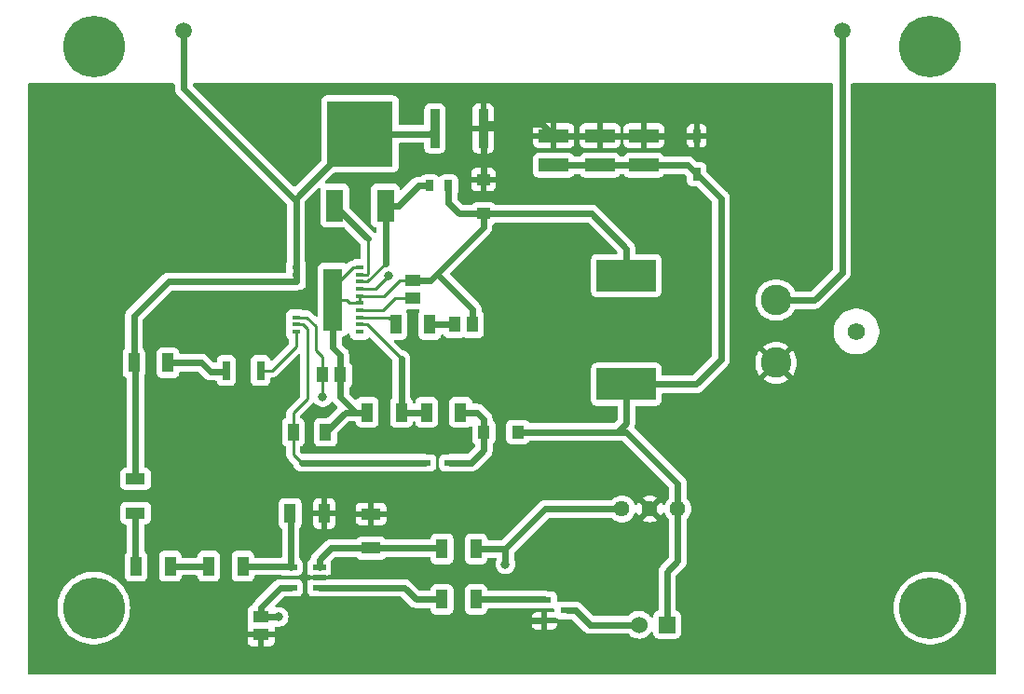
<source format=gbr>
%TF.GenerationSoftware,KiCad,Pcbnew,8.0.2*%
%TF.CreationDate,2024-06-17T10:46:11+02:00*%
%TF.ProjectId,Indicator_voltage,496e6469-6361-4746-9f72-5f766f6c7461,rev?*%
%TF.SameCoordinates,Original*%
%TF.FileFunction,Copper,L1,Top*%
%TF.FilePolarity,Positive*%
%FSLAX46Y46*%
G04 Gerber Fmt 4.6, Leading zero omitted, Abs format (unit mm)*
G04 Created by KiCad (PCBNEW 8.0.2) date 2024-06-17 10:46:11*
%MOMM*%
%LPD*%
G01*
G04 APERTURE LIST*
%TA.AperFunction,SMDPad,CuDef*%
%ADD10R,1.470000X1.070000*%
%TD*%
%TA.AperFunction,ComponentPad*%
%ADD11C,5.600000*%
%TD*%
%TA.AperFunction,SMDPad,CuDef*%
%ADD12R,1.070000X1.470000*%
%TD*%
%TA.AperFunction,SMDPad,CuDef*%
%ADD13R,5.400000X2.900000*%
%TD*%
%TA.AperFunction,SMDPad,CuDef*%
%ADD14R,0.720000X1.820000*%
%TD*%
%TA.AperFunction,SMDPad,CuDef*%
%ADD15R,0.910000X3.520000*%
%TD*%
%TA.AperFunction,ComponentPad*%
%ADD16C,2.775000*%
%TD*%
%TA.AperFunction,ComponentPad*%
%ADD17C,1.575000*%
%TD*%
%TA.AperFunction,SMDPad,CuDef*%
%ADD18R,1.800000X1.050000*%
%TD*%
%TA.AperFunction,SMDPad,CuDef*%
%ADD19R,2.720000X1.260000*%
%TD*%
%TA.AperFunction,SMDPad,CuDef*%
%ADD20R,1.050000X1.800000*%
%TD*%
%TA.AperFunction,SMDPad,CuDef*%
%ADD21R,1.120000X1.220000*%
%TD*%
%TA.AperFunction,ComponentPad*%
%ADD22R,1.530000X1.530000*%
%TD*%
%TA.AperFunction,ComponentPad*%
%ADD23C,1.530000*%
%TD*%
%TA.AperFunction,ComponentPad*%
%ADD24C,1.440000*%
%TD*%
%TA.AperFunction,SMDPad,CuDef*%
%ADD25R,1.220000X1.120000*%
%TD*%
%TA.AperFunction,SMDPad,CuDef*%
%ADD26R,0.800000X1.150000*%
%TD*%
%TA.AperFunction,SMDPad,CuDef*%
%ADD27R,0.800000X1.000000*%
%TD*%
%TA.AperFunction,SMDPad,CuDef*%
%ADD28R,1.300000X0.600000*%
%TD*%
%TA.AperFunction,ComponentPad*%
%ADD29C,1.515000*%
%TD*%
%TA.AperFunction,SMDPad,CuDef*%
%ADD30R,0.800000X0.450000*%
%TD*%
%TA.AperFunction,SMDPad,CuDef*%
%ADD31R,1.780000X5.680000*%
%TD*%
%TA.AperFunction,SMDPad,CuDef*%
%ADD32R,1.600000X3.000000*%
%TD*%
%TA.AperFunction,SMDPad,CuDef*%
%ADD33R,6.000000X6.000000*%
%TD*%
%TA.AperFunction,SMDPad,CuDef*%
%ADD34R,1.050000X1.600000*%
%TD*%
%TA.AperFunction,SMDPad,CuDef*%
%ADD35R,1.150000X0.600000*%
%TD*%
%TA.AperFunction,SMDPad,CuDef*%
%ADD36R,1.050000X0.550000*%
%TD*%
%TA.AperFunction,ViaPad*%
%ADD37C,0.800000*%
%TD*%
%TA.AperFunction,Conductor*%
%ADD38C,0.600000*%
%TD*%
%TA.AperFunction,Conductor*%
%ADD39C,0.250000*%
%TD*%
G04 APERTURE END LIST*
D10*
%TO.P,C10,1*%
%TO.N,0*%
X57200000Y-105420000D03*
%TO.P,C10,2*%
%TO.N,+5V*%
X57200000Y-103780000D03*
%TD*%
D11*
%TO.P,,1*%
%TO.N,N/C*%
X118000000Y-103000000D03*
%TD*%
D12*
%TO.P,C3,1*%
%TO.N,Net-(C3-Pad1)*%
X74780000Y-77200000D03*
%TO.P,C3,2*%
%TO.N,Net-(D3-K)*%
X76420000Y-77200000D03*
%TD*%
D13*
%TO.P,L1,1,1*%
%TO.N,+12V*%
X90400000Y-82650000D03*
%TO.P,L1,2,2*%
%TO.N,Net-(D3-K)*%
X90400000Y-72750000D03*
%TD*%
D14*
%TO.P,C2,1,1*%
%TO.N,Net-(C2-Pad1)*%
X54050000Y-81400000D03*
%TO.P,C2,2,2*%
%TO.N,Net-(IC1-DCM)*%
X57150000Y-81400000D03*
%TD*%
D15*
%TO.P,C1,1,1*%
%TO.N,HV+*%
X73000000Y-59400000D03*
%TO.P,C1,2,2*%
%TO.N,0*%
X77400000Y-59400000D03*
%TD*%
D16*
%TO.P,J1,1,1*%
%TO.N,Net-(F1-Pad1)*%
X104000000Y-75000000D03*
%TO.P,J1,2,2*%
%TO.N,0*%
X104000000Y-80700000D03*
D17*
%TO.P,J1,MH1*%
%TO.N,N/C*%
X111300000Y-77850000D03*
%TD*%
D18*
%TO.P,R14,1*%
%TO.N,Net-(R14-Pad1)*%
X45800000Y-94350000D03*
%TO.P,R14,2*%
%TO.N,HV+*%
X45800000Y-91250000D03*
%TD*%
D19*
%TO.P,C7,1,1*%
%TO.N,0*%
X83800000Y-60070000D03*
%TO.P,C7,2,2*%
%TO.N,+12V*%
X83800000Y-62730000D03*
%TD*%
D20*
%TO.P,R1,1*%
%TO.N,+5V*%
X76750000Y-97600000D03*
%TO.P,R1,2*%
%TO.N,Net-(CP1-IN-)*%
X73650000Y-97600000D03*
%TD*%
D21*
%TO.P,D2,1,K*%
%TO.N,Net-(D1-A)*%
X77450000Y-87000000D03*
%TO.P,D2,2,A*%
%TO.N,+12V*%
X80550000Y-87000000D03*
%TD*%
D22*
%TO.P,J7,1,1*%
%TO.N,+12V*%
X94100000Y-104500000D03*
D23*
%TO.P,J7,2,2*%
%TO.N,LED-*%
X91560000Y-104500000D03*
%TD*%
D20*
%TO.P,R2,1*%
%TO.N,HV+*%
X45650000Y-80700000D03*
%TO.P,R2,2*%
%TO.N,Net-(C2-Pad1)*%
X48750000Y-80700000D03*
%TD*%
D24*
%TO.P,U1,1,+VIN*%
%TO.N,+12V*%
X95078500Y-93976000D03*
%TO.P,U1,2,GND*%
%TO.N,0*%
X92538500Y-93976000D03*
%TO.P,U1,3,+VOUT*%
%TO.N,+5V*%
X89998500Y-93976000D03*
%TD*%
D25*
%TO.P,D3,1,K*%
%TO.N,Net-(D3-K)*%
X77400000Y-67150000D03*
%TO.P,D3,2,A*%
%TO.N,0*%
X77400000Y-64050000D03*
%TD*%
D11*
%TO.P,,1*%
%TO.N,N/C*%
X42000000Y-52000000D03*
%TD*%
D26*
%TO.P,Z1,1,K*%
%TO.N,+12V*%
X96800000Y-63550000D03*
%TO.P,Z1,2,A*%
%TO.N,0*%
X96800000Y-60050000D03*
%TD*%
D20*
%TO.P,R12,1*%
%TO.N,Net-(CP1-IN+)*%
X55550000Y-99200000D03*
%TO.P,R12,2*%
%TO.N,Net-(R12-Pad2)*%
X52450000Y-99200000D03*
%TD*%
D27*
%TO.P,R3,1,1*%
%TO.N,Net-(IC1-SENSE)*%
X72550000Y-64600000D03*
%TO.P,R3,2,2*%
%TO.N,Net-(D3-K)*%
X74250000Y-64600000D03*
%TD*%
D20*
%TO.P,R8,1*%
%TO.N,Net-(IC1-VC)*%
X69450000Y-77200000D03*
%TO.P,R8,2*%
%TO.N,Net-(C3-Pad1)*%
X72550000Y-77200000D03*
%TD*%
D28*
%TO.P,Q1,1*%
%TO.N,Net-(Q1-Pad1)*%
X82950000Y-102250000D03*
%TO.P,Q1,2*%
%TO.N,0*%
X82950000Y-104150000D03*
%TO.P,Q1,3*%
%TO.N,LED-*%
X85050000Y-103200000D03*
%TD*%
D20*
%TO.P,R4,1*%
%TO.N,0*%
X62950000Y-94400000D03*
%TO.P,R4,2*%
%TO.N,Net-(CP1-IN+)*%
X59850000Y-94400000D03*
%TD*%
D11*
%TO.P,,1*%
%TO.N,N/C*%
X42000000Y-103000000D03*
%TD*%
D20*
%TO.P,R6,1*%
%TO.N,Net-(R12-Pad2)*%
X48950000Y-99200000D03*
%TO.P,R6,2*%
%TO.N,Net-(R14-Pad1)*%
X45850000Y-99200000D03*
%TD*%
D19*
%TO.P,C9,1,1*%
%TO.N,0*%
X92000000Y-60070000D03*
%TO.P,C9,2,2*%
%TO.N,+12V*%
X92000000Y-62730000D03*
%TD*%
D29*
%TO.P,F1,1,1*%
%TO.N,Net-(F1-Pad1)*%
X110000000Y-50500000D03*
%TO.P,F1,2,2*%
%TO.N,HV+*%
X50160000Y-50500000D03*
%TD*%
D12*
%TO.P,C5,1*%
%TO.N,Net-(D3-K)*%
X64420000Y-81800000D03*
%TO.P,C5,2*%
%TO.N,Net-(IC1-EN{slash}UVLO)*%
X62780000Y-81800000D03*
%TD*%
D18*
%TO.P,R5,1*%
%TO.N,Net-(CP1-IN-)*%
X67200000Y-97550000D03*
%TO.P,R5,2*%
%TO.N,0*%
X67200000Y-94450000D03*
%TD*%
D20*
%TO.P,R10,1*%
%TO.N,Net-(IC1-FB)*%
X69950000Y-85200000D03*
%TO.P,R10,2*%
%TO.N,Net-(D3-K)*%
X66850000Y-85200000D03*
%TD*%
D30*
%TO.P,IC1,1,VIN_1*%
%TO.N,HV+*%
X60375000Y-72025000D03*
%TO.P,IC1,2,VIN_2*%
X60375000Y-72675000D03*
%TO.P,IC1,3,VIN_3*%
X60375000Y-73325000D03*
%TO.P,IC1,8,INTVCC*%
%TO.N,Net-(IC1-EN{slash}UVLO)*%
X60375000Y-76575000D03*
%TO.P,IC1,9,BIAS*%
%TO.N,Net-(D1-K)*%
X60375000Y-77225000D03*
%TO.P,IC1,10,DCM*%
%TO.N,Net-(IC1-DCM)*%
X60375000Y-77875000D03*
%TO.P,IC1,11,TC*%
%TO.N,unconnected-(IC1-TC-Pad11)*%
X66175000Y-77875000D03*
%TO.P,IC1,12,FB*%
%TO.N,Net-(IC1-FB)*%
X66175000Y-77225000D03*
%TO.P,IC1,13,VC*%
%TO.N,Net-(IC1-VC)*%
X66175000Y-76575000D03*
%TO.P,IC1,14,IREG/SS*%
%TO.N,Net-(IC1-IREG{slash}SS)*%
X66175000Y-75925000D03*
%TO.P,IC1,15,GND_1*%
%TO.N,Net-(D3-K)*%
X66175000Y-75275000D03*
%TO.P,IC1,16,~{SMODE}*%
X66175000Y-74625000D03*
%TO.P,IC1,17,EN/UVLO*%
%TO.N,Net-(IC1-EN{slash}UVLO)*%
X66175000Y-73975000D03*
%TO.P,IC1,18,SENSE*%
%TO.N,Net-(IC1-SENSE)*%
X66175000Y-73325000D03*
%TO.P,IC1,19,GATE*%
%TO.N,Net-(IC1-GATE)*%
X66175000Y-72675000D03*
%TO.P,IC1,20,GND_2*%
%TO.N,Net-(D3-K)*%
X66175000Y-72025000D03*
D31*
%TO.P,IC1,21,GND_3*%
X63745000Y-74950000D03*
%TD*%
D32*
%TO.P,Q2,1,G*%
%TO.N,Net-(IC1-GATE)*%
X63900000Y-66400000D03*
D33*
%TO.P,Q2,2,D*%
%TO.N,HV+*%
X66200000Y-59900000D03*
D32*
%TO.P,Q2,3,S*%
%TO.N,Net-(IC1-SENSE)*%
X68500000Y-66400000D03*
%TD*%
D11*
%TO.P,,1*%
%TO.N,N/C*%
X118000000Y-52000000D03*
%TD*%
D20*
%TO.P,R7,1*%
%TO.N,Net-(CP1-OUT)*%
X73650000Y-102200000D03*
%TO.P,R7,2*%
%TO.N,Net-(Q1-Pad1)*%
X76750000Y-102200000D03*
%TD*%
D34*
%TO.P,C6,1,1*%
%TO.N,Net-(D3-K)*%
X63075000Y-87000000D03*
%TO.P,C6,2,2*%
%TO.N,Net-(D1-K)*%
X60125000Y-87000000D03*
%TD*%
D10*
%TO.P,C4,1*%
%TO.N,Net-(IC1-IREG{slash}SS)*%
X71000000Y-74820000D03*
%TO.P,C4,2*%
%TO.N,Net-(D3-K)*%
X71000000Y-73180000D03*
%TD*%
D35*
%TO.P,CP1,1,OUT*%
%TO.N,Net-(CP1-OUT)*%
X62500000Y-101150000D03*
%TO.P,CP1,2,VCC-*%
%TO.N,0*%
X62500000Y-100200000D03*
%TO.P,CP1,3,IN-*%
%TO.N,Net-(CP1-IN-)*%
X62500000Y-99250000D03*
%TO.P,CP1,4,IN+*%
%TO.N,Net-(CP1-IN+)*%
X59900000Y-99250000D03*
%TO.P,CP1,5,VCC+*%
%TO.N,+5V*%
X59900000Y-101150000D03*
%TD*%
D20*
%TO.P,R9,1*%
%TO.N,Net-(IC1-FB)*%
X72250000Y-85200000D03*
%TO.P,R9,2*%
%TO.N,Net-(D1-A)*%
X75350000Y-85200000D03*
%TD*%
D19*
%TO.P,C8,1,1*%
%TO.N,0*%
X88000000Y-60070000D03*
%TO.P,C8,2,2*%
%TO.N,+12V*%
X88000000Y-62730000D03*
%TD*%
D36*
%TO.P,D1,1,K*%
%TO.N,Net-(D1-K)*%
X72100000Y-89800000D03*
%TO.P,D1,2,A*%
%TO.N,Net-(D1-A)*%
X74400000Y-89800000D03*
%TD*%
D37*
%TO.N,Net-(IC1-EN{slash}UVLO)*%
X68800000Y-72800000D03*
X62800000Y-83800000D03*
%TO.N,+5V*%
X79400000Y-99000000D03*
X58800000Y-103800000D03*
%TD*%
D38*
%TO.N,Net-(CP1-OUT)*%
X70250000Y-101150000D02*
X71300000Y-102200000D01*
X62500000Y-101150000D02*
X70250000Y-101150000D01*
X71300000Y-102200000D02*
X73650000Y-102200000D01*
%TO.N,0*%
X82730000Y-59000000D02*
X83800000Y-60070000D01*
X77800000Y-59000000D02*
X82730000Y-59000000D01*
X96580000Y-60070000D02*
X96800000Y-59850000D01*
X83800000Y-60070000D02*
X96580000Y-60070000D01*
D39*
X67150000Y-94400000D02*
X67200000Y-94450000D01*
D38*
X77400000Y-59400000D02*
X77800000Y-59000000D01*
X82950000Y-104150000D02*
X81650000Y-104150000D01*
X77400000Y-59400000D02*
X77400000Y-64050000D01*
%TO.N,Net-(CP1-IN-)*%
X67200000Y-97550000D02*
X63550000Y-97550000D01*
D39*
X73600000Y-97550000D02*
X73650000Y-97600000D01*
D38*
X63550000Y-97550000D02*
X62500000Y-98600000D01*
X62500000Y-98600000D02*
X62500000Y-99250000D01*
X67200000Y-97550000D02*
X73600000Y-97550000D01*
D39*
%TO.N,Net-(CP1-IN+)*%
X59850000Y-99200000D02*
X59900000Y-99250000D01*
X59900000Y-94450000D02*
X59850000Y-94400000D01*
D38*
X59900000Y-99250000D02*
X59900000Y-94450000D01*
X55550000Y-99200000D02*
X59850000Y-99200000D01*
%TO.N,Net-(C3-Pad1)*%
X72550000Y-77200000D02*
X74780000Y-77200000D01*
D39*
%TO.N,Net-(Q1-Pad1)*%
X82900000Y-102200000D02*
X82950000Y-102250000D01*
D38*
X76750000Y-102200000D02*
X82900000Y-102200000D01*
%TO.N,LED-*%
X87100000Y-104500000D02*
X91560000Y-104500000D01*
X85800000Y-103200000D02*
X87100000Y-104500000D01*
X85050000Y-103200000D02*
X85800000Y-103200000D01*
%TO.N,HV+*%
X72500000Y-59900000D02*
X73000000Y-59400000D01*
X50160000Y-55785000D02*
X50160000Y-50500000D01*
X45650000Y-81050000D02*
X45800000Y-81200000D01*
X45650000Y-80700000D02*
X45650000Y-81050000D01*
X45650000Y-76450000D02*
X48775000Y-73325000D01*
X66200000Y-59900000D02*
X72500000Y-59900000D01*
X60375000Y-73325000D02*
X60375000Y-72025000D01*
X45650000Y-80700000D02*
X45650000Y-76450000D01*
X45800000Y-81200000D02*
X45800000Y-91250000D01*
X48775000Y-73325000D02*
X60375000Y-73325000D01*
X60375000Y-65725000D02*
X66200000Y-59900000D01*
X60375000Y-66000000D02*
X50160000Y-55785000D01*
X60375000Y-72025000D02*
X60375000Y-66000000D01*
X45650000Y-80700000D02*
X45650000Y-76550000D01*
X60375000Y-66000000D02*
X60375000Y-65725000D01*
%TO.N,Net-(R12-Pad2)*%
X48950000Y-99200000D02*
X52450000Y-99200000D01*
D39*
%TO.N,Net-(R14-Pad1)*%
X45800000Y-99150000D02*
X45850000Y-99200000D01*
D38*
X45800000Y-94350000D02*
X45800000Y-99150000D01*
%TO.N,Net-(D3-K)*%
X64420000Y-83820000D02*
X65800000Y-85200000D01*
D39*
X66175000Y-74625000D02*
X68338604Y-74625000D01*
D38*
X63745000Y-79345000D02*
X64420000Y-80020000D01*
D39*
X63745000Y-74950000D02*
X64950000Y-74950000D01*
D38*
X64420000Y-81800000D02*
X64420000Y-83820000D01*
X76420000Y-77200000D02*
X76420000Y-75820000D01*
X66850000Y-85200000D02*
X64875000Y-85200000D01*
D39*
X68338604Y-74625000D02*
X69783604Y-73180000D01*
X63745000Y-73855000D02*
X65575000Y-72025000D01*
D38*
X63745000Y-74950000D02*
X63745000Y-73855000D01*
X63745000Y-74950000D02*
X63745000Y-79345000D01*
X74250000Y-66150000D02*
X75250000Y-67150000D01*
X87250000Y-67150000D02*
X90400000Y-70300000D01*
X77400000Y-68380000D02*
X72600000Y-73180000D01*
X64420000Y-80020000D02*
X64420000Y-81800000D01*
X64875000Y-85200000D02*
X63075000Y-87000000D01*
X65800000Y-85200000D02*
X66850000Y-85200000D01*
X76420000Y-75820000D02*
X73190000Y-72590000D01*
X75250000Y-67150000D02*
X77400000Y-67150000D01*
D39*
X64950000Y-74950000D02*
X65275000Y-75275000D01*
X69783604Y-73180000D02*
X71000000Y-73180000D01*
D38*
X77400000Y-67150000D02*
X77400000Y-68380000D01*
X90400000Y-70300000D02*
X90400000Y-72750000D01*
X72600000Y-73180000D02*
X71000000Y-73180000D01*
D39*
X66175000Y-74625000D02*
X66175000Y-75275000D01*
D38*
X74250000Y-64600000D02*
X74250000Y-66150000D01*
D39*
X65275000Y-75275000D02*
X66175000Y-75275000D01*
D38*
X77400000Y-67150000D02*
X87250000Y-67150000D01*
D39*
X65575000Y-72025000D02*
X66175000Y-72025000D01*
%TO.N,Net-(IC1-IREG{slash}SS)*%
X69380000Y-74820000D02*
X71000000Y-74820000D01*
X66175000Y-75925000D02*
X68275000Y-75925000D01*
X68275000Y-75925000D02*
X69380000Y-74820000D01*
%TO.N,Net-(IC1-EN{slash}UVLO)*%
X61375000Y-76575000D02*
X62200000Y-77400000D01*
X67625000Y-73975000D02*
X68800000Y-72800000D01*
X62200000Y-79600000D02*
X62780000Y-80180000D01*
X62780000Y-80180000D02*
X62780000Y-81800000D01*
D38*
X62780000Y-83780000D02*
X62800000Y-83800000D01*
D39*
X62780000Y-81800000D02*
X62780000Y-83780000D01*
X60375000Y-76575000D02*
X61375000Y-76575000D01*
X62200000Y-77400000D02*
X62200000Y-79600000D01*
X66175000Y-73975000D02*
X67625000Y-73975000D01*
%TO.N,Net-(D1-K)*%
X60125000Y-87000000D02*
X60125000Y-89025000D01*
D38*
X60900000Y-89800000D02*
X72100000Y-89800000D01*
D39*
X61400000Y-84000000D02*
X60125000Y-85275000D01*
X60125000Y-85275000D02*
X60125000Y-87000000D01*
X60375000Y-77225000D02*
X61025000Y-77225000D01*
X61400000Y-77600000D02*
X61400000Y-84000000D01*
X60125000Y-89025000D02*
X60900000Y-89800000D01*
X61025000Y-77225000D02*
X61400000Y-77600000D01*
D38*
%TO.N,+5V*%
X58950000Y-101150000D02*
X59900000Y-101150000D01*
X57200000Y-103780000D02*
X57200000Y-102900000D01*
X57200000Y-102900000D02*
X58950000Y-101150000D01*
X79400000Y-97600000D02*
X79400000Y-99000000D01*
D39*
X58780000Y-103780000D02*
X58800000Y-103800000D01*
D38*
X83024000Y-93976000D02*
X79400000Y-97600000D01*
X89998500Y-93976000D02*
X83024000Y-93976000D01*
X57200000Y-103780000D02*
X58780000Y-103780000D01*
X79400000Y-97600000D02*
X76750000Y-97600000D01*
%TO.N,+12V*%
X99000000Y-80400000D02*
X99000000Y-65750000D01*
X90400000Y-86200000D02*
X90400000Y-82650000D01*
X90400000Y-87000000D02*
X89600000Y-87000000D01*
X95980000Y-62730000D02*
X96800000Y-63550000D01*
X99000000Y-65750000D02*
X96800000Y-63550000D01*
X96750000Y-82650000D02*
X99000000Y-80400000D01*
X95078500Y-91678500D02*
X90400000Y-87000000D01*
X80550000Y-87000000D02*
X89600000Y-87000000D01*
X83800000Y-62730000D02*
X95980000Y-62730000D01*
X95078500Y-98721500D02*
X95078500Y-93976000D01*
X94105000Y-99695000D02*
X95078500Y-98721500D01*
X94105000Y-104495000D02*
X94105000Y-99695000D01*
X90400000Y-82650000D02*
X96750000Y-82650000D01*
D39*
X94100000Y-104500000D02*
X94105000Y-104495000D01*
D38*
X95078500Y-93976000D02*
X95078500Y-91678500D01*
X89600000Y-87000000D02*
X90400000Y-86200000D01*
%TO.N,Net-(C2-Pad1)*%
X52600000Y-81500000D02*
X53950000Y-81500000D01*
X51800000Y-80700000D02*
X52600000Y-81500000D01*
X48750000Y-80700000D02*
X51800000Y-80700000D01*
X53950000Y-81500000D02*
X54050000Y-81400000D01*
D39*
%TO.N,Net-(IC1-VC)*%
X68825000Y-76575000D02*
X69450000Y-77200000D01*
X66175000Y-76575000D02*
X68825000Y-76575000D01*
D38*
%TO.N,Net-(D1-A)*%
X76800000Y-85200000D02*
X77450000Y-85850000D01*
X77450000Y-88650000D02*
X77450000Y-87000000D01*
X76300000Y-89800000D02*
X77450000Y-88650000D01*
X74650000Y-89800000D02*
X76300000Y-89800000D01*
X75350000Y-85200000D02*
X76800000Y-85200000D01*
X77450000Y-85850000D02*
X77450000Y-87000000D01*
X74400000Y-89800000D02*
X74650000Y-89800000D01*
%TO.N,Net-(IC1-FB)*%
X72250000Y-85200000D02*
X69950000Y-85200000D01*
X69950000Y-85200000D02*
X69950000Y-80350000D01*
D39*
X69950000Y-80350000D02*
X66825000Y-77225000D01*
X66825000Y-77225000D02*
X66175000Y-77225000D01*
%TO.N,Net-(IC1-DCM)*%
X60375000Y-79225000D02*
X60375000Y-78175000D01*
X58200000Y-81400000D02*
X60375000Y-79225000D01*
X57150000Y-81400000D02*
X58200000Y-81400000D01*
X60375000Y-78175000D02*
X60375000Y-77875000D01*
D38*
%TO.N,Net-(IC1-SENSE)*%
X71500000Y-64600000D02*
X72550000Y-64600000D01*
X68500000Y-71650000D02*
X68500000Y-66400000D01*
X69700000Y-66400000D02*
X71500000Y-64600000D01*
D39*
X66175000Y-73325000D02*
X66825000Y-73325000D01*
X66825000Y-73325000D02*
X68500000Y-71650000D01*
D38*
X68500000Y-66400000D02*
X69700000Y-66400000D01*
%TO.N,Net-(IC1-GATE)*%
X66900000Y-69400000D02*
X63900000Y-66400000D01*
D39*
X66825000Y-72675000D02*
X66900000Y-72600000D01*
X66900000Y-72600000D02*
X66900000Y-69400000D01*
X66175000Y-72675000D02*
X66825000Y-72675000D01*
D38*
%TO.N,Net-(F1-Pad1)*%
X110000000Y-50500000D02*
X110000000Y-72500000D01*
X107500000Y-75000000D02*
X104000000Y-75000000D01*
X110000000Y-72500000D02*
X107500000Y-75000000D01*
%TD*%
%TA.AperFunction,Conductor*%
%TO.N,0*%
G36*
X41817695Y-55300431D02*
G01*
X41817702Y-55300318D01*
X41821047Y-55300499D01*
X41821052Y-55300500D01*
X41821057Y-55300500D01*
X42178943Y-55300500D01*
X42178948Y-55300500D01*
X42178952Y-55300499D01*
X42182298Y-55300318D01*
X42182304Y-55300431D01*
X42190267Y-55300000D01*
X49235500Y-55300000D01*
X49302539Y-55319685D01*
X49348294Y-55372489D01*
X49359500Y-55424000D01*
X49359500Y-55863846D01*
X49390261Y-56018489D01*
X49390264Y-56018501D01*
X49450602Y-56164172D01*
X49450609Y-56164185D01*
X49538210Y-56295288D01*
X49538213Y-56295292D01*
X59538181Y-66295259D01*
X59571666Y-66356582D01*
X59574500Y-66382940D01*
X59574500Y-71458561D01*
X59554815Y-71525600D01*
X59549767Y-71532872D01*
X59531204Y-71557668D01*
X59531202Y-71557671D01*
X59480910Y-71692513D01*
X59480909Y-71692517D01*
X59474500Y-71752127D01*
X59474500Y-71752134D01*
X59474500Y-71752135D01*
X59474500Y-72297869D01*
X59474501Y-72297878D01*
X59478679Y-72336745D01*
X59478679Y-72363251D01*
X59474500Y-72402123D01*
X59474323Y-72405434D01*
X59474145Y-72405424D01*
X59474145Y-72405428D01*
X59474079Y-72405420D01*
X59473070Y-72405366D01*
X59454815Y-72467539D01*
X59402011Y-72513294D01*
X59350500Y-72524500D01*
X48696154Y-72524500D01*
X48541509Y-72555261D01*
X48541497Y-72555264D01*
X48498832Y-72572936D01*
X48498833Y-72572937D01*
X48395823Y-72615604D01*
X48278802Y-72693796D01*
X48278801Y-72693797D01*
X48264707Y-72703213D01*
X48264706Y-72703214D01*
X45769711Y-75198211D01*
X45139711Y-75828211D01*
X45111720Y-75856202D01*
X45028209Y-75939712D01*
X44940609Y-76070814D01*
X44940602Y-76070827D01*
X44880264Y-76216498D01*
X44880261Y-76216510D01*
X44849500Y-76371153D01*
X44849500Y-79318964D01*
X44829815Y-79386003D01*
X44799812Y-79418230D01*
X44767457Y-79442450D01*
X44767451Y-79442457D01*
X44681206Y-79557664D01*
X44681202Y-79557671D01*
X44630908Y-79692517D01*
X44627071Y-79728210D01*
X44624501Y-79752123D01*
X44624500Y-79752135D01*
X44624500Y-81647870D01*
X44624501Y-81647876D01*
X44630908Y-81707483D01*
X44681202Y-81842328D01*
X44681206Y-81842335D01*
X44767452Y-81957544D01*
X44767455Y-81957547D01*
X44882664Y-82043793D01*
X44882669Y-82043796D01*
X44918832Y-82057284D01*
X44974766Y-82099154D01*
X44999184Y-82164618D01*
X44999500Y-82173466D01*
X44999500Y-90100500D01*
X44979815Y-90167539D01*
X44927011Y-90213294D01*
X44875505Y-90224500D01*
X44852132Y-90224500D01*
X44852123Y-90224501D01*
X44792516Y-90230908D01*
X44657671Y-90281202D01*
X44657664Y-90281206D01*
X44542455Y-90367452D01*
X44542452Y-90367455D01*
X44456206Y-90482664D01*
X44456202Y-90482671D01*
X44405908Y-90617517D01*
X44399501Y-90677116D01*
X44399501Y-90677123D01*
X44399500Y-90677135D01*
X44399500Y-91822870D01*
X44399501Y-91822876D01*
X44405908Y-91882483D01*
X44456202Y-92017328D01*
X44456206Y-92017335D01*
X44542452Y-92132544D01*
X44542455Y-92132547D01*
X44657664Y-92218793D01*
X44657671Y-92218797D01*
X44792517Y-92269091D01*
X44792516Y-92269091D01*
X44799444Y-92269835D01*
X44852127Y-92275500D01*
X46747872Y-92275499D01*
X46807483Y-92269091D01*
X46942331Y-92218796D01*
X47057546Y-92132546D01*
X47143796Y-92017331D01*
X47194091Y-91882483D01*
X47200500Y-91822873D01*
X47200499Y-90677128D01*
X47194091Y-90617517D01*
X47178419Y-90575499D01*
X47143797Y-90482671D01*
X47143793Y-90482664D01*
X47057547Y-90367455D01*
X47057544Y-90367452D01*
X46942335Y-90281206D01*
X46942328Y-90281202D01*
X46807482Y-90230908D01*
X46807483Y-90230908D01*
X46747883Y-90224501D01*
X46747881Y-90224500D01*
X46747873Y-90224500D01*
X46747865Y-90224500D01*
X46724500Y-90224500D01*
X46657461Y-90204815D01*
X46611706Y-90152011D01*
X46600500Y-90100500D01*
X46600500Y-81907486D01*
X46615671Y-81848054D01*
X46618793Y-81842333D01*
X46618796Y-81842331D01*
X46669091Y-81707483D01*
X46675500Y-81647873D01*
X46675499Y-79752135D01*
X47724500Y-79752135D01*
X47724500Y-81647870D01*
X47724501Y-81647876D01*
X47730908Y-81707483D01*
X47781202Y-81842328D01*
X47781206Y-81842335D01*
X47867452Y-81957544D01*
X47867455Y-81957547D01*
X47982664Y-82043793D01*
X47982671Y-82043797D01*
X48117517Y-82094091D01*
X48117516Y-82094091D01*
X48124444Y-82094835D01*
X48177127Y-82100500D01*
X49322872Y-82100499D01*
X49382483Y-82094091D01*
X49517331Y-82043796D01*
X49632546Y-81957546D01*
X49718796Y-81842331D01*
X49769091Y-81707483D01*
X49775500Y-81647873D01*
X49775500Y-81624500D01*
X49795185Y-81557461D01*
X49847989Y-81511706D01*
X49899500Y-81500500D01*
X51417060Y-81500500D01*
X51484099Y-81520185D01*
X51504741Y-81536819D01*
X52089707Y-82121786D01*
X52089711Y-82121789D01*
X52220814Y-82209390D01*
X52220827Y-82209397D01*
X52366498Y-82269735D01*
X52366503Y-82269737D01*
X52478024Y-82291920D01*
X52521153Y-82300499D01*
X52521156Y-82300500D01*
X52521158Y-82300500D01*
X52678843Y-82300500D01*
X53071949Y-82300500D01*
X53138988Y-82320185D01*
X53184743Y-82372989D01*
X53195239Y-82411251D01*
X53195908Y-82417482D01*
X53246202Y-82552328D01*
X53246206Y-82552335D01*
X53332452Y-82667544D01*
X53332455Y-82667547D01*
X53447664Y-82753793D01*
X53447671Y-82753797D01*
X53582517Y-82804091D01*
X53582516Y-82804091D01*
X53589444Y-82804835D01*
X53642127Y-82810500D01*
X54457872Y-82810499D01*
X54517483Y-82804091D01*
X54652331Y-82753796D01*
X54767546Y-82667546D01*
X54853796Y-82552331D01*
X54904091Y-82417483D01*
X54910500Y-82357873D01*
X54910499Y-80442128D01*
X54904091Y-80382517D01*
X54881205Y-80321157D01*
X54853797Y-80247671D01*
X54853793Y-80247664D01*
X54767547Y-80132455D01*
X54767544Y-80132452D01*
X54652335Y-80046206D01*
X54652328Y-80046202D01*
X54517482Y-79995908D01*
X54517483Y-79995908D01*
X54457883Y-79989501D01*
X54457881Y-79989500D01*
X54457873Y-79989500D01*
X54457864Y-79989500D01*
X53642129Y-79989500D01*
X53642123Y-79989501D01*
X53582516Y-79995908D01*
X53447671Y-80046202D01*
X53447664Y-80046206D01*
X53332455Y-80132452D01*
X53332452Y-80132455D01*
X53246206Y-80247664D01*
X53246202Y-80247671D01*
X53195908Y-80382517D01*
X53189501Y-80442116D01*
X53189501Y-80442123D01*
X53189500Y-80442135D01*
X53189500Y-80575500D01*
X53169815Y-80642539D01*
X53117011Y-80688294D01*
X53065500Y-80699500D01*
X52982940Y-80699500D01*
X52915901Y-80679815D01*
X52895259Y-80663181D01*
X52310292Y-80078213D01*
X52310288Y-80078210D01*
X52179185Y-79990609D01*
X52179172Y-79990602D01*
X52033501Y-79930264D01*
X52033489Y-79930261D01*
X51878845Y-79899500D01*
X51878842Y-79899500D01*
X49899499Y-79899500D01*
X49832460Y-79879815D01*
X49786705Y-79827011D01*
X49775499Y-79775500D01*
X49775499Y-79752129D01*
X49775498Y-79752123D01*
X49775497Y-79752116D01*
X49769091Y-79692517D01*
X49749809Y-79640820D01*
X49718797Y-79557671D01*
X49718793Y-79557664D01*
X49632547Y-79442455D01*
X49632544Y-79442452D01*
X49517335Y-79356206D01*
X49517328Y-79356202D01*
X49382482Y-79305908D01*
X49382483Y-79305908D01*
X49322883Y-79299501D01*
X49322881Y-79299500D01*
X49322873Y-79299500D01*
X49322864Y-79299500D01*
X48177129Y-79299500D01*
X48177123Y-79299501D01*
X48117516Y-79305908D01*
X47982671Y-79356202D01*
X47982664Y-79356206D01*
X47867455Y-79442452D01*
X47867452Y-79442455D01*
X47781206Y-79557664D01*
X47781202Y-79557671D01*
X47730908Y-79692517D01*
X47727071Y-79728210D01*
X47724501Y-79752123D01*
X47724500Y-79752135D01*
X46675499Y-79752135D01*
X46675499Y-79752128D01*
X46669091Y-79692517D01*
X46649809Y-79640820D01*
X46618797Y-79557671D01*
X46618793Y-79557664D01*
X46532548Y-79442457D01*
X46532546Y-79442454D01*
X46532544Y-79442452D01*
X46532542Y-79442450D01*
X46500188Y-79418230D01*
X46458318Y-79362296D01*
X46450500Y-79318964D01*
X46450500Y-76832940D01*
X46470185Y-76765901D01*
X46486819Y-76745259D01*
X49070259Y-74161819D01*
X49131582Y-74128334D01*
X49157940Y-74125500D01*
X60453844Y-74125500D01*
X60453845Y-74125499D01*
X60608497Y-74094737D01*
X60692509Y-74059937D01*
X60739962Y-74050499D01*
X60822871Y-74050499D01*
X60822872Y-74050499D01*
X60882483Y-74044091D01*
X61017331Y-73993796D01*
X61132546Y-73907546D01*
X61218796Y-73792331D01*
X61269091Y-73657483D01*
X61275500Y-73597873D01*
X61275499Y-73052128D01*
X61275498Y-73052111D01*
X61271320Y-73013253D01*
X61271320Y-72986747D01*
X61275500Y-72947873D01*
X61275499Y-72402128D01*
X61275499Y-72402127D01*
X61275498Y-72402111D01*
X61271320Y-72363253D01*
X61271320Y-72336745D01*
X61275500Y-72297873D01*
X61275499Y-71752128D01*
X61269091Y-71692517D01*
X61259277Y-71666205D01*
X61218797Y-71557671D01*
X61218795Y-71557668D01*
X61200233Y-71532872D01*
X61175816Y-71467408D01*
X61175500Y-71458561D01*
X61175500Y-66107939D01*
X61195185Y-66040900D01*
X61211814Y-66020263D01*
X62387820Y-64844257D01*
X62449142Y-64810773D01*
X62518834Y-64815757D01*
X62574767Y-64857629D01*
X62599184Y-64923093D01*
X62599500Y-64931939D01*
X62599500Y-67947870D01*
X62599501Y-67947876D01*
X62605908Y-68007483D01*
X62656202Y-68142328D01*
X62656206Y-68142335D01*
X62742452Y-68257544D01*
X62742455Y-68257547D01*
X62857664Y-68343793D01*
X62857671Y-68343797D01*
X62992517Y-68394091D01*
X62992516Y-68394091D01*
X62999444Y-68394835D01*
X63052127Y-68400500D01*
X64717059Y-68400499D01*
X64784098Y-68420184D01*
X64804740Y-68436818D01*
X66238181Y-69870259D01*
X66271666Y-69931582D01*
X66274500Y-69957940D01*
X66274500Y-71175500D01*
X66254815Y-71242539D01*
X66202011Y-71288294D01*
X66150500Y-71299500D01*
X65727129Y-71299500D01*
X65727123Y-71299501D01*
X65667516Y-71305908D01*
X65532671Y-71356202D01*
X65532670Y-71356203D01*
X65483400Y-71393085D01*
X65433285Y-71415433D01*
X65392552Y-71423535D01*
X65392547Y-71423537D01*
X65346879Y-71442454D01*
X65346877Y-71442455D01*
X65278712Y-71470688D01*
X65268627Y-71477428D01*
X65268626Y-71477429D01*
X65176268Y-71539140D01*
X65149500Y-71565909D01*
X65089142Y-71626267D01*
X65089138Y-71626271D01*
X65051599Y-71663809D01*
X64990275Y-71697294D01*
X64920584Y-71692308D01*
X64889610Y-71675395D01*
X64877334Y-71666205D01*
X64877328Y-71666202D01*
X64742482Y-71615908D01*
X64742483Y-71615908D01*
X64682883Y-71609501D01*
X64682881Y-71609500D01*
X64682873Y-71609500D01*
X64682864Y-71609500D01*
X62807129Y-71609500D01*
X62807123Y-71609501D01*
X62747516Y-71615908D01*
X62612671Y-71666202D01*
X62612664Y-71666206D01*
X62497455Y-71752452D01*
X62497452Y-71752455D01*
X62411206Y-71867664D01*
X62411202Y-71867671D01*
X62360908Y-72002517D01*
X62354501Y-72062116D01*
X62354500Y-72062135D01*
X62354500Y-76370548D01*
X62334815Y-76437587D01*
X62282011Y-76483342D01*
X62212853Y-76493286D01*
X62149297Y-76464261D01*
X62142819Y-76458229D01*
X61865198Y-76180608D01*
X61865178Y-76180586D01*
X61773736Y-76089144D01*
X61773732Y-76089141D01*
X61720387Y-76053497D01*
X61671287Y-76020689D01*
X61671286Y-76020688D01*
X61671283Y-76020686D01*
X61671280Y-76020685D01*
X61584032Y-75984547D01*
X61557453Y-75973537D01*
X61544235Y-75970908D01*
X61497029Y-75961518D01*
X61436610Y-75949500D01*
X61436607Y-75949500D01*
X61436606Y-75949500D01*
X61116439Y-75949500D01*
X61049400Y-75929815D01*
X61042128Y-75924767D01*
X61017331Y-75906204D01*
X61017328Y-75906202D01*
X60882482Y-75855908D01*
X60882483Y-75855908D01*
X60822883Y-75849501D01*
X60822881Y-75849500D01*
X60822873Y-75849500D01*
X60822864Y-75849500D01*
X59927129Y-75849500D01*
X59927123Y-75849501D01*
X59867516Y-75855908D01*
X59732671Y-75906202D01*
X59732664Y-75906206D01*
X59617455Y-75992452D01*
X59617452Y-75992455D01*
X59531206Y-76107664D01*
X59531202Y-76107671D01*
X59482024Y-76239527D01*
X59480909Y-76242517D01*
X59474500Y-76302127D01*
X59474500Y-76302134D01*
X59474500Y-76302135D01*
X59474500Y-76847869D01*
X59474501Y-76847878D01*
X59478679Y-76886745D01*
X59478679Y-76913250D01*
X59474500Y-76952122D01*
X59474500Y-77497869D01*
X59474501Y-77497878D01*
X59478679Y-77536745D01*
X59478679Y-77563250D01*
X59474500Y-77602122D01*
X59474500Y-78147870D01*
X59474501Y-78147876D01*
X59480908Y-78207483D01*
X59531202Y-78342328D01*
X59531206Y-78342335D01*
X59617452Y-78457544D01*
X59617453Y-78457545D01*
X59617454Y-78457546D01*
X59699811Y-78519198D01*
X59741682Y-78575131D01*
X59749500Y-78618464D01*
X59749500Y-78914547D01*
X59729815Y-78981586D01*
X59713181Y-79002228D01*
X58219274Y-80496134D01*
X58157951Y-80529619D01*
X58088259Y-80524635D01*
X58032326Y-80482763D01*
X58008303Y-80421704D01*
X58004091Y-80382516D01*
X57953797Y-80247671D01*
X57953793Y-80247664D01*
X57867547Y-80132455D01*
X57867544Y-80132452D01*
X57752335Y-80046206D01*
X57752328Y-80046202D01*
X57617482Y-79995908D01*
X57617483Y-79995908D01*
X57557883Y-79989501D01*
X57557881Y-79989500D01*
X57557873Y-79989500D01*
X57557864Y-79989500D01*
X56742129Y-79989500D01*
X56742123Y-79989501D01*
X56682516Y-79995908D01*
X56547671Y-80046202D01*
X56547664Y-80046206D01*
X56432455Y-80132452D01*
X56432452Y-80132455D01*
X56346206Y-80247664D01*
X56346202Y-80247671D01*
X56295908Y-80382517D01*
X56289501Y-80442116D01*
X56289501Y-80442123D01*
X56289500Y-80442135D01*
X56289500Y-82357870D01*
X56289501Y-82357876D01*
X56295908Y-82417483D01*
X56346202Y-82552328D01*
X56346206Y-82552335D01*
X56432452Y-82667544D01*
X56432455Y-82667547D01*
X56547664Y-82753793D01*
X56547671Y-82753797D01*
X56682517Y-82804091D01*
X56682516Y-82804091D01*
X56689444Y-82804835D01*
X56742127Y-82810500D01*
X57557872Y-82810499D01*
X57617483Y-82804091D01*
X57752331Y-82753796D01*
X57867546Y-82667546D01*
X57953796Y-82552331D01*
X58004091Y-82417483D01*
X58010500Y-82357873D01*
X58010500Y-82149500D01*
X58030185Y-82082461D01*
X58082989Y-82036706D01*
X58134500Y-82025500D01*
X58261608Y-82025500D01*
X58261608Y-82025499D01*
X58338079Y-82010289D01*
X58338080Y-82010289D01*
X58353143Y-82007292D01*
X58382452Y-82001463D01*
X58415792Y-81987652D01*
X58496286Y-81954312D01*
X58562168Y-81910290D01*
X58598733Y-81885858D01*
X58685858Y-81798733D01*
X58685858Y-81798731D01*
X58696066Y-81788524D01*
X58696067Y-81788521D01*
X60562820Y-79921768D01*
X60624142Y-79888285D01*
X60693834Y-79893269D01*
X60749767Y-79935141D01*
X60774184Y-80000605D01*
X60774500Y-80009451D01*
X60774500Y-83689547D01*
X60754815Y-83756586D01*
X60738181Y-83777228D01*
X59639144Y-84876264D01*
X59639138Y-84876272D01*
X59570690Y-84978708D01*
X59570688Y-84978713D01*
X59541368Y-85049497D01*
X59541369Y-85049498D01*
X59523537Y-85092549D01*
X59523535Y-85092556D01*
X59499500Y-85213389D01*
X59499500Y-85617209D01*
X59479815Y-85684248D01*
X59427011Y-85730003D01*
X59418833Y-85733391D01*
X59357671Y-85756202D01*
X59357664Y-85756206D01*
X59242455Y-85842452D01*
X59242452Y-85842455D01*
X59156206Y-85957664D01*
X59156202Y-85957671D01*
X59105908Y-86092517D01*
X59099957Y-86147872D01*
X59099501Y-86152123D01*
X59099500Y-86152135D01*
X59099500Y-87847870D01*
X59099501Y-87847876D01*
X59105908Y-87907483D01*
X59156202Y-88042328D01*
X59156206Y-88042335D01*
X59242452Y-88157544D01*
X59242455Y-88157547D01*
X59357664Y-88243793D01*
X59357669Y-88243796D01*
X59418833Y-88266608D01*
X59474766Y-88308478D01*
X59499184Y-88373942D01*
X59499500Y-88382790D01*
X59499500Y-89086611D01*
X59523535Y-89207444D01*
X59523540Y-89207461D01*
X59570685Y-89321281D01*
X59570690Y-89321290D01*
X59596152Y-89359395D01*
X59596153Y-89359396D01*
X59639140Y-89423731D01*
X59639141Y-89423732D01*
X59639142Y-89423733D01*
X59726267Y-89510858D01*
X59726268Y-89510858D01*
X59733335Y-89517925D01*
X59733334Y-89517925D01*
X59733338Y-89517928D01*
X60074205Y-89858795D01*
X60107690Y-89920118D01*
X60108141Y-89922285D01*
X60130261Y-90033489D01*
X60130264Y-90033501D01*
X60190602Y-90179172D01*
X60190609Y-90179185D01*
X60278210Y-90310288D01*
X60278213Y-90310292D01*
X60389707Y-90421786D01*
X60389711Y-90421789D01*
X60520814Y-90509390D01*
X60520827Y-90509397D01*
X60664943Y-90569091D01*
X60666503Y-90569737D01*
X60821153Y-90600499D01*
X60821156Y-90600500D01*
X60821158Y-90600500D01*
X72178844Y-90600500D01*
X72292548Y-90577882D01*
X72316740Y-90575499D01*
X72672871Y-90575499D01*
X72672872Y-90575499D01*
X72732483Y-90569091D01*
X72867331Y-90518796D01*
X72982546Y-90432546D01*
X73068796Y-90317331D01*
X73119091Y-90182483D01*
X73125500Y-90122873D01*
X73125499Y-89477128D01*
X73125499Y-89477127D01*
X73374500Y-89477127D01*
X73374500Y-89477134D01*
X73374500Y-89477135D01*
X73374500Y-90122870D01*
X73374501Y-90122876D01*
X73380908Y-90182483D01*
X73431202Y-90317328D01*
X73431206Y-90317335D01*
X73517452Y-90432544D01*
X73517455Y-90432547D01*
X73632664Y-90518793D01*
X73632671Y-90518797D01*
X73677618Y-90535561D01*
X73767517Y-90569091D01*
X73827127Y-90575500D01*
X74183260Y-90575499D01*
X74207452Y-90577882D01*
X74321155Y-90600500D01*
X74321158Y-90600500D01*
X76378844Y-90600500D01*
X76378845Y-90600499D01*
X76533497Y-90569737D01*
X76679179Y-90509394D01*
X76810289Y-90421789D01*
X78071789Y-89160289D01*
X78159394Y-89029179D01*
X78219738Y-88883497D01*
X78250500Y-88728842D01*
X78250500Y-88571157D01*
X78250500Y-88117236D01*
X78270185Y-88050197D01*
X78300187Y-88017970D01*
X78367546Y-87967546D01*
X78453796Y-87852331D01*
X78504091Y-87717483D01*
X78510500Y-87657873D01*
X78510499Y-86342128D01*
X78504091Y-86282517D01*
X78502720Y-86278842D01*
X78453797Y-86147671D01*
X78453793Y-86147664D01*
X78367547Y-86032455D01*
X78300188Y-85982029D01*
X78258318Y-85926095D01*
X78250500Y-85882763D01*
X78250500Y-85771155D01*
X78250499Y-85771153D01*
X78236246Y-85699500D01*
X78219737Y-85616503D01*
X78170557Y-85497770D01*
X78159397Y-85470827D01*
X78159390Y-85470814D01*
X78071790Y-85339712D01*
X78071789Y-85339711D01*
X77960289Y-85228211D01*
X77659568Y-84927490D01*
X77310292Y-84578213D01*
X77310288Y-84578210D01*
X77179185Y-84490609D01*
X77179172Y-84490602D01*
X77033501Y-84430264D01*
X77033489Y-84430261D01*
X76878845Y-84399500D01*
X76878842Y-84399500D01*
X76499499Y-84399500D01*
X76432460Y-84379815D01*
X76386705Y-84327011D01*
X76375499Y-84275500D01*
X76375499Y-84252129D01*
X76375498Y-84252123D01*
X76375497Y-84252116D01*
X76369091Y-84192517D01*
X76318796Y-84057669D01*
X76318795Y-84057668D01*
X76318793Y-84057664D01*
X76232547Y-83942455D01*
X76232544Y-83942452D01*
X76117335Y-83856206D01*
X76117328Y-83856202D01*
X75982482Y-83805908D01*
X75982483Y-83805908D01*
X75922883Y-83799501D01*
X75922881Y-83799500D01*
X75922873Y-83799500D01*
X75922864Y-83799500D01*
X74777129Y-83799500D01*
X74777123Y-83799501D01*
X74717516Y-83805908D01*
X74582671Y-83856202D01*
X74582664Y-83856206D01*
X74467455Y-83942452D01*
X74467452Y-83942455D01*
X74381206Y-84057664D01*
X74381202Y-84057671D01*
X74330908Y-84192517D01*
X74324501Y-84252116D01*
X74324501Y-84252123D01*
X74324500Y-84252135D01*
X74324500Y-86147870D01*
X74324501Y-86147876D01*
X74330908Y-86207483D01*
X74381202Y-86342328D01*
X74381206Y-86342335D01*
X74467452Y-86457544D01*
X74467455Y-86457547D01*
X74582664Y-86543793D01*
X74582671Y-86543797D01*
X74717517Y-86594091D01*
X74717516Y-86594091D01*
X74724444Y-86594835D01*
X74777127Y-86600500D01*
X75922872Y-86600499D01*
X75982483Y-86594091D01*
X76117331Y-86543796D01*
X76191189Y-86488505D01*
X76256652Y-86464088D01*
X76324925Y-86478939D01*
X76374331Y-86528344D01*
X76389500Y-86587772D01*
X76389500Y-87657870D01*
X76389501Y-87657876D01*
X76395908Y-87717483D01*
X76446202Y-87852328D01*
X76446206Y-87852335D01*
X76487493Y-87907486D01*
X76532454Y-87967546D01*
X76599811Y-88017970D01*
X76641682Y-88073903D01*
X76649500Y-88117236D01*
X76649500Y-88267060D01*
X76629815Y-88334099D01*
X76613181Y-88354741D01*
X76004741Y-88963181D01*
X75943418Y-88996666D01*
X75917060Y-88999500D01*
X74728842Y-88999500D01*
X74321158Y-88999500D01*
X74274884Y-89008704D01*
X74207445Y-89022118D01*
X74183255Y-89024500D01*
X73827130Y-89024500D01*
X73827123Y-89024501D01*
X73767516Y-89030908D01*
X73632671Y-89081202D01*
X73632664Y-89081206D01*
X73517455Y-89167452D01*
X73517452Y-89167455D01*
X73431206Y-89282664D01*
X73431202Y-89282671D01*
X73380910Y-89417513D01*
X73380909Y-89417517D01*
X73374500Y-89477127D01*
X73125499Y-89477127D01*
X73119091Y-89417517D01*
X73097413Y-89359396D01*
X73068797Y-89282671D01*
X73068793Y-89282664D01*
X72982547Y-89167455D01*
X72982544Y-89167452D01*
X72867335Y-89081206D01*
X72867328Y-89081202D01*
X72732482Y-89030908D01*
X72732483Y-89030908D01*
X72672883Y-89024501D01*
X72672881Y-89024500D01*
X72672873Y-89024500D01*
X72672865Y-89024500D01*
X72316737Y-89024500D01*
X72292546Y-89022117D01*
X72241971Y-89012057D01*
X72178843Y-88999500D01*
X72178842Y-88999500D01*
X61035453Y-88999500D01*
X60968414Y-88979815D01*
X60947772Y-88963181D01*
X60786819Y-88802228D01*
X60753334Y-88740905D01*
X60750500Y-88714547D01*
X60750500Y-88382790D01*
X60770185Y-88315751D01*
X60822989Y-88269996D01*
X60831146Y-88266616D01*
X60892331Y-88243796D01*
X61007546Y-88157546D01*
X61093796Y-88042331D01*
X61144091Y-87907483D01*
X61150500Y-87847873D01*
X61150499Y-86152128D01*
X61144091Y-86092517D01*
X61121689Y-86032455D01*
X61093797Y-85957671D01*
X61093793Y-85957664D01*
X61007547Y-85842455D01*
X61007544Y-85842452D01*
X60892335Y-85756206D01*
X60892328Y-85756202D01*
X60831167Y-85733391D01*
X60775233Y-85691520D01*
X60750816Y-85626056D01*
X60750500Y-85617209D01*
X60750500Y-85585451D01*
X60770185Y-85518412D01*
X60786814Y-85497774D01*
X61798729Y-84485860D01*
X61798733Y-84485858D01*
X61885858Y-84398733D01*
X61900157Y-84377332D01*
X61953768Y-84332527D01*
X62023093Y-84323818D01*
X62086121Y-84353972D01*
X62095410Y-84363250D01*
X62194129Y-84472888D01*
X62347265Y-84584148D01*
X62347270Y-84584151D01*
X62520192Y-84661142D01*
X62520197Y-84661144D01*
X62705354Y-84700500D01*
X62705355Y-84700500D01*
X62894644Y-84700500D01*
X62894646Y-84700500D01*
X63079803Y-84661144D01*
X63252730Y-84584151D01*
X63405871Y-84472888D01*
X63532533Y-84332216D01*
X63556577Y-84290569D01*
X63607142Y-84242355D01*
X63675749Y-84229130D01*
X63740614Y-84255097D01*
X63767066Y-84283678D01*
X63798210Y-84330288D01*
X63798213Y-84330292D01*
X64117740Y-84649819D01*
X64151225Y-84711142D01*
X64146241Y-84780834D01*
X64117740Y-84825181D01*
X63279739Y-85663181D01*
X63218416Y-85696666D01*
X63192058Y-85699500D01*
X62502129Y-85699500D01*
X62502123Y-85699501D01*
X62442516Y-85705908D01*
X62307671Y-85756202D01*
X62307664Y-85756206D01*
X62192455Y-85842452D01*
X62192452Y-85842455D01*
X62106206Y-85957664D01*
X62106202Y-85957671D01*
X62055908Y-86092517D01*
X62049957Y-86147872D01*
X62049501Y-86152123D01*
X62049500Y-86152135D01*
X62049500Y-87847870D01*
X62049501Y-87847876D01*
X62055908Y-87907483D01*
X62106202Y-88042328D01*
X62106206Y-88042335D01*
X62192452Y-88157544D01*
X62192455Y-88157547D01*
X62307664Y-88243793D01*
X62307671Y-88243797D01*
X62442517Y-88294091D01*
X62442516Y-88294091D01*
X62449444Y-88294835D01*
X62502127Y-88300500D01*
X63647872Y-88300499D01*
X63707483Y-88294091D01*
X63842331Y-88243796D01*
X63957546Y-88157546D01*
X64043796Y-88042331D01*
X64094091Y-87907483D01*
X64100500Y-87847873D01*
X64100499Y-87157938D01*
X64120183Y-87090900D01*
X64136813Y-87070263D01*
X65170259Y-86036819D01*
X65231582Y-86003334D01*
X65257940Y-86000500D01*
X65700501Y-86000500D01*
X65767540Y-86020185D01*
X65813295Y-86072989D01*
X65824501Y-86124500D01*
X65824501Y-86147876D01*
X65830908Y-86207483D01*
X65881202Y-86342328D01*
X65881206Y-86342335D01*
X65967452Y-86457544D01*
X65967455Y-86457547D01*
X66082664Y-86543793D01*
X66082671Y-86543797D01*
X66217517Y-86594091D01*
X66217516Y-86594091D01*
X66224444Y-86594835D01*
X66277127Y-86600500D01*
X67422872Y-86600499D01*
X67482483Y-86594091D01*
X67617331Y-86543796D01*
X67732546Y-86457546D01*
X67818796Y-86342331D01*
X67869091Y-86207483D01*
X67875500Y-86147873D01*
X67875499Y-84252128D01*
X67869091Y-84192517D01*
X67818796Y-84057669D01*
X67818795Y-84057668D01*
X67818793Y-84057664D01*
X67732547Y-83942455D01*
X67732544Y-83942452D01*
X67617335Y-83856206D01*
X67617328Y-83856202D01*
X67482482Y-83805908D01*
X67482483Y-83805908D01*
X67422883Y-83799501D01*
X67422881Y-83799500D01*
X67422873Y-83799500D01*
X67422864Y-83799500D01*
X66277129Y-83799500D01*
X66277123Y-83799501D01*
X66217516Y-83805908D01*
X66082671Y-83856202D01*
X66082664Y-83856206D01*
X65967455Y-83942452D01*
X65927808Y-83995414D01*
X65871874Y-84037284D01*
X65802182Y-84042268D01*
X65740861Y-84008783D01*
X65256819Y-83524741D01*
X65223334Y-83463418D01*
X65220500Y-83437060D01*
X65220500Y-83023520D01*
X65240185Y-82956481D01*
X65270188Y-82924254D01*
X65312546Y-82892546D01*
X65398796Y-82777331D01*
X65449091Y-82642483D01*
X65455500Y-82582873D01*
X65455499Y-81017128D01*
X65449091Y-80957517D01*
X65431477Y-80910292D01*
X65398797Y-80822671D01*
X65398793Y-80822664D01*
X65312548Y-80707457D01*
X65312546Y-80707454D01*
X65312544Y-80707452D01*
X65312542Y-80707450D01*
X65270188Y-80675744D01*
X65228318Y-80619810D01*
X65220500Y-80576478D01*
X65220500Y-79941157D01*
X65220499Y-79941156D01*
X65217385Y-79925500D01*
X65189737Y-79786503D01*
X65186302Y-79778211D01*
X65129394Y-79640821D01*
X65129392Y-79640819D01*
X65129392Y-79640817D01*
X65041790Y-79509712D01*
X65000943Y-79468865D01*
X64930289Y-79398211D01*
X64581819Y-79049741D01*
X64548334Y-78988418D01*
X64545500Y-78962060D01*
X64545500Y-78414499D01*
X64565185Y-78347460D01*
X64617989Y-78301705D01*
X64669500Y-78290499D01*
X64682871Y-78290499D01*
X64682872Y-78290499D01*
X64742483Y-78284091D01*
X64877331Y-78233796D01*
X64992546Y-78147546D01*
X65051235Y-78069147D01*
X65107166Y-78027277D01*
X65176858Y-78022293D01*
X65238181Y-78055778D01*
X65271666Y-78117101D01*
X65274500Y-78143443D01*
X65274500Y-78147862D01*
X65274501Y-78147876D01*
X65280908Y-78207483D01*
X65331202Y-78342328D01*
X65331206Y-78342335D01*
X65417452Y-78457544D01*
X65417455Y-78457547D01*
X65532664Y-78543793D01*
X65532671Y-78543797D01*
X65667517Y-78594091D01*
X65667516Y-78594091D01*
X65674444Y-78594835D01*
X65727127Y-78600500D01*
X66622872Y-78600499D01*
X66682483Y-78594091D01*
X66817331Y-78543796D01*
X66932546Y-78457546D01*
X66949710Y-78434617D01*
X67005641Y-78392747D01*
X67075332Y-78387761D01*
X67136653Y-78421243D01*
X67136657Y-78421247D01*
X69113181Y-80397771D01*
X69146666Y-80459094D01*
X69149500Y-80485452D01*
X69149500Y-83818964D01*
X69129815Y-83886003D01*
X69099812Y-83918230D01*
X69067457Y-83942450D01*
X69067451Y-83942457D01*
X68981206Y-84057664D01*
X68981202Y-84057671D01*
X68930908Y-84192517D01*
X68924501Y-84252116D01*
X68924501Y-84252123D01*
X68924500Y-84252135D01*
X68924500Y-86147870D01*
X68924501Y-86147876D01*
X68930908Y-86207483D01*
X68981202Y-86342328D01*
X68981206Y-86342335D01*
X69067452Y-86457544D01*
X69067455Y-86457547D01*
X69182664Y-86543793D01*
X69182671Y-86543797D01*
X69317517Y-86594091D01*
X69317516Y-86594091D01*
X69324444Y-86594835D01*
X69377127Y-86600500D01*
X70522872Y-86600499D01*
X70582483Y-86594091D01*
X70717331Y-86543796D01*
X70832546Y-86457546D01*
X70918796Y-86342331D01*
X70969091Y-86207483D01*
X70975500Y-86147873D01*
X70975500Y-86124500D01*
X70995185Y-86057461D01*
X71047989Y-86011706D01*
X71099500Y-86000500D01*
X71100501Y-86000500D01*
X71167540Y-86020185D01*
X71213295Y-86072989D01*
X71224501Y-86124500D01*
X71224501Y-86147876D01*
X71230908Y-86207483D01*
X71281202Y-86342328D01*
X71281206Y-86342335D01*
X71367452Y-86457544D01*
X71367455Y-86457547D01*
X71482664Y-86543793D01*
X71482671Y-86543797D01*
X71617517Y-86594091D01*
X71617516Y-86594091D01*
X71624444Y-86594835D01*
X71677127Y-86600500D01*
X72822872Y-86600499D01*
X72882483Y-86594091D01*
X73017331Y-86543796D01*
X73132546Y-86457546D01*
X73218796Y-86342331D01*
X73269091Y-86207483D01*
X73275500Y-86147873D01*
X73275499Y-84252128D01*
X73269091Y-84192517D01*
X73218796Y-84057669D01*
X73218795Y-84057668D01*
X73218793Y-84057664D01*
X73132547Y-83942455D01*
X73132544Y-83942452D01*
X73017335Y-83856206D01*
X73017328Y-83856202D01*
X72882482Y-83805908D01*
X72882483Y-83805908D01*
X72822883Y-83799501D01*
X72822881Y-83799500D01*
X72822873Y-83799500D01*
X72822864Y-83799500D01*
X71677129Y-83799500D01*
X71677123Y-83799501D01*
X71617516Y-83805908D01*
X71482671Y-83856202D01*
X71482664Y-83856206D01*
X71367455Y-83942452D01*
X71367452Y-83942455D01*
X71281206Y-84057664D01*
X71281202Y-84057671D01*
X71230908Y-84192517D01*
X71224501Y-84252116D01*
X71224501Y-84252123D01*
X71224500Y-84252135D01*
X71224500Y-84275500D01*
X71204815Y-84342539D01*
X71152011Y-84388294D01*
X71100500Y-84399500D01*
X71099499Y-84399500D01*
X71032460Y-84379815D01*
X70986705Y-84327011D01*
X70975499Y-84275500D01*
X70975499Y-84252129D01*
X70975498Y-84252123D01*
X70975497Y-84252116D01*
X70969091Y-84192517D01*
X70918796Y-84057669D01*
X70918795Y-84057668D01*
X70918793Y-84057664D01*
X70832548Y-83942457D01*
X70832546Y-83942454D01*
X70832544Y-83942452D01*
X70832542Y-83942450D01*
X70800188Y-83918230D01*
X70758318Y-83862296D01*
X70750500Y-83818964D01*
X70750500Y-80271155D01*
X70750499Y-80271153D01*
X70719738Y-80116510D01*
X70719737Y-80116503D01*
X70703876Y-80078210D01*
X70659397Y-79970827D01*
X70659390Y-79970814D01*
X70571789Y-79839711D01*
X70571786Y-79839707D01*
X70460292Y-79728213D01*
X70460288Y-79728210D01*
X70329185Y-79640609D01*
X70329172Y-79640602D01*
X70183501Y-79580264D01*
X70183489Y-79580261D01*
X70072286Y-79558141D01*
X70010375Y-79525756D01*
X70008796Y-79524205D01*
X69296771Y-78812180D01*
X69263286Y-78750857D01*
X69268270Y-78681165D01*
X69310142Y-78625232D01*
X69375606Y-78600815D01*
X69384452Y-78600499D01*
X70022871Y-78600499D01*
X70022872Y-78600499D01*
X70082483Y-78594091D01*
X70217331Y-78543796D01*
X70332546Y-78457546D01*
X70418796Y-78342331D01*
X70469091Y-78207483D01*
X70475500Y-78147873D01*
X70475499Y-76252128D01*
X70469091Y-76192517D01*
X70464649Y-76180608D01*
X70418797Y-76057671D01*
X70418795Y-76057668D01*
X70418794Y-76057667D01*
X70415908Y-76053811D01*
X70391490Y-75988346D01*
X70406341Y-75920073D01*
X70455746Y-75870667D01*
X70515170Y-75855499D01*
X71484825Y-75855499D01*
X71551864Y-75875184D01*
X71597619Y-75927988D01*
X71607563Y-75997146D01*
X71584096Y-76053805D01*
X71581204Y-76057667D01*
X71581202Y-76057671D01*
X71530908Y-76192517D01*
X71525533Y-76242517D01*
X71524501Y-76252123D01*
X71524500Y-76252135D01*
X71524500Y-78147870D01*
X71524501Y-78147876D01*
X71530908Y-78207483D01*
X71581202Y-78342328D01*
X71581206Y-78342335D01*
X71667452Y-78457544D01*
X71667455Y-78457547D01*
X71782664Y-78543793D01*
X71782671Y-78543797D01*
X71917517Y-78594091D01*
X71917516Y-78594091D01*
X71924444Y-78594835D01*
X71977127Y-78600500D01*
X73122872Y-78600499D01*
X73182483Y-78594091D01*
X73317331Y-78543796D01*
X73432546Y-78457546D01*
X73518796Y-78342331D01*
X73569091Y-78207483D01*
X73569092Y-78207472D01*
X73569748Y-78204698D01*
X73570855Y-78202752D01*
X73571802Y-78200215D01*
X73572212Y-78200368D01*
X73604315Y-78143978D01*
X73666222Y-78111585D01*
X73735815Y-78117805D01*
X73790997Y-78160661D01*
X73799257Y-78173767D01*
X73801204Y-78177332D01*
X73887452Y-78292544D01*
X73887455Y-78292547D01*
X74002664Y-78378793D01*
X74002671Y-78378797D01*
X74137517Y-78429091D01*
X74137516Y-78429091D01*
X74144444Y-78429835D01*
X74197127Y-78435500D01*
X75362872Y-78435499D01*
X75422483Y-78429091D01*
X75556669Y-78379042D01*
X75626358Y-78374059D01*
X75643321Y-78379039D01*
X75777517Y-78429091D01*
X75837127Y-78435500D01*
X77002872Y-78435499D01*
X77062483Y-78429091D01*
X77197331Y-78378796D01*
X77312546Y-78292546D01*
X77398796Y-78177331D01*
X77449091Y-78042483D01*
X77455500Y-77982873D01*
X77455499Y-76417128D01*
X77449091Y-76357517D01*
X77418550Y-76275633D01*
X77398797Y-76222671D01*
X77398793Y-76222664D01*
X77322379Y-76120589D01*
X77312546Y-76107454D01*
X77312544Y-76107452D01*
X77312542Y-76107450D01*
X77270188Y-76075744D01*
X77228318Y-76019810D01*
X77220500Y-75976478D01*
X77220500Y-75741155D01*
X77220499Y-75741153D01*
X77192657Y-75601184D01*
X77189737Y-75586503D01*
X77189735Y-75586498D01*
X77129397Y-75440827D01*
X77129390Y-75440814D01*
X77041790Y-75309712D01*
X77001455Y-75269377D01*
X76930289Y-75198211D01*
X74409759Y-72677681D01*
X74376274Y-72616358D01*
X74381258Y-72546666D01*
X74409759Y-72502319D01*
X76193244Y-70718834D01*
X78021789Y-68890289D01*
X78022175Y-68889711D01*
X78109394Y-68759179D01*
X78169737Y-68613497D01*
X78200500Y-68458842D01*
X78200500Y-68254666D01*
X78220185Y-68187627D01*
X78250189Y-68155399D01*
X78252329Y-68153796D01*
X78252331Y-68153796D01*
X78367546Y-68067546D01*
X78417970Y-68000188D01*
X78473903Y-67958318D01*
X78517236Y-67950500D01*
X86867060Y-67950500D01*
X86934099Y-67970185D01*
X86954741Y-67986819D01*
X89555741Y-70587819D01*
X89589226Y-70649142D01*
X89584242Y-70718834D01*
X89542370Y-70774767D01*
X89476906Y-70799184D01*
X89468060Y-70799500D01*
X87652129Y-70799500D01*
X87652123Y-70799501D01*
X87592516Y-70805908D01*
X87457671Y-70856202D01*
X87457664Y-70856206D01*
X87342455Y-70942452D01*
X87342452Y-70942455D01*
X87256206Y-71057664D01*
X87256202Y-71057671D01*
X87205908Y-71192517D01*
X87200531Y-71242539D01*
X87199501Y-71252123D01*
X87199500Y-71252135D01*
X87199500Y-74247870D01*
X87199501Y-74247876D01*
X87205908Y-74307483D01*
X87256202Y-74442328D01*
X87256206Y-74442335D01*
X87342452Y-74557544D01*
X87342455Y-74557547D01*
X87457664Y-74643793D01*
X87457671Y-74643797D01*
X87592517Y-74694091D01*
X87592516Y-74694091D01*
X87599444Y-74694835D01*
X87652127Y-74700500D01*
X93147872Y-74700499D01*
X93207483Y-74694091D01*
X93342331Y-74643796D01*
X93457546Y-74557546D01*
X93543796Y-74442331D01*
X93594091Y-74307483D01*
X93600500Y-74247873D01*
X93600499Y-71252128D01*
X93594091Y-71192517D01*
X93543796Y-71057669D01*
X93543795Y-71057668D01*
X93543793Y-71057664D01*
X93457547Y-70942455D01*
X93457544Y-70942452D01*
X93342335Y-70856206D01*
X93342328Y-70856202D01*
X93207482Y-70805908D01*
X93207483Y-70805908D01*
X93147883Y-70799501D01*
X93147881Y-70799500D01*
X93147873Y-70799500D01*
X93147865Y-70799500D01*
X91324500Y-70799500D01*
X91257461Y-70779815D01*
X91211706Y-70727011D01*
X91200500Y-70675500D01*
X91200500Y-70221157D01*
X91200499Y-70221156D01*
X91178269Y-70109394D01*
X91178269Y-70109391D01*
X91169739Y-70066510D01*
X91169738Y-70066503D01*
X91109394Y-69920821D01*
X91109392Y-69920818D01*
X91109390Y-69920814D01*
X91021789Y-69789711D01*
X91021786Y-69789707D01*
X87760292Y-66528213D01*
X87760288Y-66528210D01*
X87629185Y-66440609D01*
X87629172Y-66440602D01*
X87483501Y-66380264D01*
X87483489Y-66380261D01*
X87328845Y-66349500D01*
X87328842Y-66349500D01*
X78517236Y-66349500D01*
X78450197Y-66329815D01*
X78417969Y-66299811D01*
X78367546Y-66232454D01*
X78344709Y-66215358D01*
X78252335Y-66146206D01*
X78252328Y-66146202D01*
X78117482Y-66095908D01*
X78117483Y-66095908D01*
X78057883Y-66089501D01*
X78057881Y-66089500D01*
X78057873Y-66089500D01*
X78057864Y-66089500D01*
X76742129Y-66089500D01*
X76742123Y-66089501D01*
X76682516Y-66095908D01*
X76547671Y-66146202D01*
X76547664Y-66146206D01*
X76432456Y-66232452D01*
X76432455Y-66232453D01*
X76432454Y-66232454D01*
X76382031Y-66299811D01*
X76326097Y-66341682D01*
X76282764Y-66349500D01*
X75632940Y-66349500D01*
X75565901Y-66329815D01*
X75545259Y-66313181D01*
X75086819Y-65854741D01*
X75053334Y-65793418D01*
X75050500Y-65767060D01*
X75050500Y-65441438D01*
X75070185Y-65374399D01*
X75075234Y-65367126D01*
X75093796Y-65342331D01*
X75144091Y-65207483D01*
X75150500Y-65147873D01*
X75150500Y-64657844D01*
X76290000Y-64657844D01*
X76296401Y-64717372D01*
X76296403Y-64717379D01*
X76346645Y-64852086D01*
X76346649Y-64852093D01*
X76432809Y-64967187D01*
X76432812Y-64967190D01*
X76547906Y-65053350D01*
X76547913Y-65053354D01*
X76682620Y-65103596D01*
X76682627Y-65103598D01*
X76742155Y-65109999D01*
X76742172Y-65110000D01*
X77150000Y-65110000D01*
X77650000Y-65110000D01*
X78057828Y-65110000D01*
X78057844Y-65109999D01*
X78117372Y-65103598D01*
X78117379Y-65103596D01*
X78252086Y-65053354D01*
X78252093Y-65053350D01*
X78367187Y-64967190D01*
X78367190Y-64967187D01*
X78453350Y-64852093D01*
X78453354Y-64852086D01*
X78503596Y-64717379D01*
X78503598Y-64717372D01*
X78509999Y-64657844D01*
X78510000Y-64657827D01*
X78510000Y-64300000D01*
X77650000Y-64300000D01*
X77650000Y-65110000D01*
X77150000Y-65110000D01*
X77150000Y-64300000D01*
X76290000Y-64300000D01*
X76290000Y-64657844D01*
X75150500Y-64657844D01*
X75150499Y-64052128D01*
X75144091Y-63992517D01*
X75138755Y-63978211D01*
X75093797Y-63857671D01*
X75093793Y-63857664D01*
X75007547Y-63742455D01*
X75007544Y-63742452D01*
X74892335Y-63656206D01*
X74892328Y-63656202D01*
X74757482Y-63605908D01*
X74757483Y-63605908D01*
X74697883Y-63599501D01*
X74697881Y-63599500D01*
X74697873Y-63599500D01*
X74697864Y-63599500D01*
X73802129Y-63599500D01*
X73802123Y-63599501D01*
X73742516Y-63605908D01*
X73607671Y-63656202D01*
X73607664Y-63656206D01*
X73492455Y-63742452D01*
X73487681Y-63747227D01*
X73426358Y-63780712D01*
X73356666Y-63775728D01*
X73312319Y-63747227D01*
X73307544Y-63742452D01*
X73192335Y-63656206D01*
X73192328Y-63656202D01*
X73057482Y-63605908D01*
X73057483Y-63605908D01*
X72997883Y-63599501D01*
X72997881Y-63599500D01*
X72997873Y-63599500D01*
X72997864Y-63599500D01*
X72102129Y-63599500D01*
X72102123Y-63599501D01*
X72042516Y-63605908D01*
X71907671Y-63656202D01*
X71907664Y-63656206D01*
X71792457Y-63742451D01*
X71792451Y-63742457D01*
X71786948Y-63749809D01*
X71731015Y-63791681D01*
X71687680Y-63799500D01*
X71421154Y-63799500D01*
X71266509Y-63830261D01*
X71266497Y-63830264D01*
X71223832Y-63847936D01*
X71223833Y-63847937D01*
X71120823Y-63890604D01*
X71120814Y-63890609D01*
X70989712Y-63978209D01*
X70989710Y-63978212D01*
X70012180Y-64955741D01*
X69950857Y-64989226D01*
X69881165Y-64984242D01*
X69825232Y-64942370D01*
X69800815Y-64876906D01*
X69800499Y-64868060D01*
X69800499Y-64852129D01*
X69800498Y-64852123D01*
X69800497Y-64852116D01*
X69794091Y-64792517D01*
X69766066Y-64717379D01*
X69743797Y-64657671D01*
X69743793Y-64657664D01*
X69657547Y-64542455D01*
X69657544Y-64542452D01*
X69542335Y-64456206D01*
X69542328Y-64456202D01*
X69407482Y-64405908D01*
X69407483Y-64405908D01*
X69347883Y-64399501D01*
X69347881Y-64399500D01*
X69347873Y-64399500D01*
X69347864Y-64399500D01*
X67652129Y-64399500D01*
X67652123Y-64399501D01*
X67592516Y-64405908D01*
X67457671Y-64456202D01*
X67457664Y-64456206D01*
X67342455Y-64542452D01*
X67342452Y-64542455D01*
X67256206Y-64657664D01*
X67256202Y-64657671D01*
X67205908Y-64792517D01*
X67199501Y-64852116D01*
X67199501Y-64852123D01*
X67199500Y-64852135D01*
X67199500Y-67947870D01*
X67199501Y-67947876D01*
X67205908Y-68007483D01*
X67256202Y-68142328D01*
X67256206Y-68142335D01*
X67342452Y-68257544D01*
X67342455Y-68257547D01*
X67457664Y-68343793D01*
X67457671Y-68343797D01*
X67592517Y-68394091D01*
X67600062Y-68395874D01*
X67599523Y-68398151D01*
X67653287Y-68420408D01*
X67693147Y-68477793D01*
X67699500Y-68516975D01*
X67699500Y-68768059D01*
X67679815Y-68835098D01*
X67627011Y-68880853D01*
X67557853Y-68890797D01*
X67494297Y-68861772D01*
X67487819Y-68855740D01*
X65236818Y-66604739D01*
X65203333Y-66543416D01*
X65200499Y-66517058D01*
X65200499Y-64852129D01*
X65200498Y-64852123D01*
X65200497Y-64852116D01*
X65194091Y-64792517D01*
X65166066Y-64717379D01*
X65143797Y-64657671D01*
X65143793Y-64657664D01*
X65057547Y-64542455D01*
X65057544Y-64542452D01*
X64942335Y-64456206D01*
X64942328Y-64456202D01*
X64807482Y-64405908D01*
X64807483Y-64405908D01*
X64747883Y-64399501D01*
X64747881Y-64399500D01*
X64747873Y-64399500D01*
X64747865Y-64399500D01*
X63131938Y-64399500D01*
X63064899Y-64379815D01*
X63019144Y-64327011D01*
X63009200Y-64257853D01*
X63038225Y-64194297D01*
X63044239Y-64187837D01*
X63789921Y-63442155D01*
X76290000Y-63442155D01*
X76290000Y-63800000D01*
X77150000Y-63800000D01*
X77650000Y-63800000D01*
X78510000Y-63800000D01*
X78510000Y-63442172D01*
X78509999Y-63442155D01*
X78503598Y-63382627D01*
X78503596Y-63382620D01*
X78453354Y-63247913D01*
X78453350Y-63247906D01*
X78367190Y-63132812D01*
X78367187Y-63132809D01*
X78252093Y-63046649D01*
X78252086Y-63046645D01*
X78117379Y-62996403D01*
X78117372Y-62996401D01*
X78057844Y-62990000D01*
X77650000Y-62990000D01*
X77650000Y-63800000D01*
X77150000Y-63800000D01*
X77150000Y-62990000D01*
X76742155Y-62990000D01*
X76682627Y-62996401D01*
X76682620Y-62996403D01*
X76547913Y-63046645D01*
X76547906Y-63046649D01*
X76432812Y-63132809D01*
X76432809Y-63132812D01*
X76346649Y-63247906D01*
X76346645Y-63247913D01*
X76296403Y-63382620D01*
X76296401Y-63382627D01*
X76290000Y-63442155D01*
X63789921Y-63442155D01*
X63795259Y-63436817D01*
X63856582Y-63403333D01*
X63882940Y-63400499D01*
X69247871Y-63400499D01*
X69247872Y-63400499D01*
X69307483Y-63394091D01*
X69442331Y-63343796D01*
X69557546Y-63257546D01*
X69643796Y-63142331D01*
X69694091Y-63007483D01*
X69700500Y-62947873D01*
X69700500Y-60824500D01*
X69720185Y-60757461D01*
X69772989Y-60711706D01*
X69824500Y-60700500D01*
X71920501Y-60700500D01*
X71987540Y-60720185D01*
X72033295Y-60772989D01*
X72044501Y-60824500D01*
X72044501Y-61207876D01*
X72050908Y-61267483D01*
X72101202Y-61402328D01*
X72101206Y-61402335D01*
X72187452Y-61517544D01*
X72187455Y-61517547D01*
X72302664Y-61603793D01*
X72302671Y-61603797D01*
X72437517Y-61654091D01*
X72437516Y-61654091D01*
X72444444Y-61654835D01*
X72497127Y-61660500D01*
X73502872Y-61660499D01*
X73562483Y-61654091D01*
X73697331Y-61603796D01*
X73812546Y-61517546D01*
X73898796Y-61402331D01*
X73949091Y-61267483D01*
X73955500Y-61207873D01*
X73955500Y-61207844D01*
X76445000Y-61207844D01*
X76451401Y-61267372D01*
X76451403Y-61267379D01*
X76501645Y-61402086D01*
X76501649Y-61402093D01*
X76587809Y-61517187D01*
X76587812Y-61517190D01*
X76702906Y-61603350D01*
X76702913Y-61603354D01*
X76837620Y-61653596D01*
X76837627Y-61653598D01*
X76897155Y-61659999D01*
X76897172Y-61660000D01*
X77150000Y-61660000D01*
X77650000Y-61660000D01*
X77902828Y-61660000D01*
X77902844Y-61659999D01*
X77962372Y-61653598D01*
X77962379Y-61653596D01*
X78097086Y-61603354D01*
X78097093Y-61603350D01*
X78212187Y-61517190D01*
X78212190Y-61517187D01*
X78298350Y-61402093D01*
X78298354Y-61402086D01*
X78348596Y-61267379D01*
X78348598Y-61267372D01*
X78354999Y-61207844D01*
X78355000Y-61207827D01*
X78355000Y-60747844D01*
X81940000Y-60747844D01*
X81946401Y-60807372D01*
X81946403Y-60807379D01*
X81996645Y-60942086D01*
X81996649Y-60942093D01*
X82082809Y-61057187D01*
X82082812Y-61057190D01*
X82197906Y-61143350D01*
X82197913Y-61143354D01*
X82332620Y-61193596D01*
X82332627Y-61193598D01*
X82392155Y-61199999D01*
X82392172Y-61200000D01*
X83550000Y-61200000D01*
X84050000Y-61200000D01*
X85207828Y-61200000D01*
X85207844Y-61199999D01*
X85267372Y-61193598D01*
X85267379Y-61193596D01*
X85402086Y-61143354D01*
X85402093Y-61143350D01*
X85517187Y-61057190D01*
X85517190Y-61057187D01*
X85603350Y-60942093D01*
X85603354Y-60942086D01*
X85653596Y-60807379D01*
X85653598Y-60807372D01*
X85659999Y-60747844D01*
X86140000Y-60747844D01*
X86146401Y-60807372D01*
X86146403Y-60807379D01*
X86196645Y-60942086D01*
X86196649Y-60942093D01*
X86282809Y-61057187D01*
X86282812Y-61057190D01*
X86397906Y-61143350D01*
X86397913Y-61143354D01*
X86532620Y-61193596D01*
X86532627Y-61193598D01*
X86592155Y-61199999D01*
X86592172Y-61200000D01*
X87750000Y-61200000D01*
X88250000Y-61200000D01*
X89407828Y-61200000D01*
X89407844Y-61199999D01*
X89467372Y-61193598D01*
X89467379Y-61193596D01*
X89602086Y-61143354D01*
X89602093Y-61143350D01*
X89717187Y-61057190D01*
X89717190Y-61057187D01*
X89803350Y-60942093D01*
X89803354Y-60942086D01*
X89853596Y-60807379D01*
X89853598Y-60807372D01*
X89859999Y-60747844D01*
X90140000Y-60747844D01*
X90146401Y-60807372D01*
X90146403Y-60807379D01*
X90196645Y-60942086D01*
X90196649Y-60942093D01*
X90282809Y-61057187D01*
X90282812Y-61057190D01*
X90397906Y-61143350D01*
X90397913Y-61143354D01*
X90532620Y-61193596D01*
X90532627Y-61193598D01*
X90592155Y-61199999D01*
X90592172Y-61200000D01*
X91750000Y-61200000D01*
X92250000Y-61200000D01*
X93407828Y-61200000D01*
X93407844Y-61199999D01*
X93467372Y-61193598D01*
X93467379Y-61193596D01*
X93602086Y-61143354D01*
X93602093Y-61143350D01*
X93717187Y-61057190D01*
X93717190Y-61057187D01*
X93803350Y-60942093D01*
X93803354Y-60942086D01*
X93853596Y-60807379D01*
X93853598Y-60807372D01*
X93859999Y-60747844D01*
X93860000Y-60747827D01*
X93860000Y-60672844D01*
X95900000Y-60672844D01*
X95906401Y-60732372D01*
X95906403Y-60732379D01*
X95956645Y-60867086D01*
X95956649Y-60867093D01*
X96042809Y-60982187D01*
X96042812Y-60982190D01*
X96157906Y-61068350D01*
X96157913Y-61068354D01*
X96292620Y-61118596D01*
X96292627Y-61118598D01*
X96352155Y-61124999D01*
X96352172Y-61125000D01*
X96550000Y-61125000D01*
X97050000Y-61125000D01*
X97247828Y-61125000D01*
X97247844Y-61124999D01*
X97307372Y-61118598D01*
X97307379Y-61118596D01*
X97442086Y-61068354D01*
X97442093Y-61068350D01*
X97557187Y-60982190D01*
X97557190Y-60982187D01*
X97643350Y-60867093D01*
X97643354Y-60867086D01*
X97693596Y-60732379D01*
X97693598Y-60732372D01*
X97699999Y-60672844D01*
X97700000Y-60672827D01*
X97700000Y-60300000D01*
X97050000Y-60300000D01*
X97050000Y-61125000D01*
X96550000Y-61125000D01*
X96550000Y-60300000D01*
X95900000Y-60300000D01*
X95900000Y-60672844D01*
X93860000Y-60672844D01*
X93860000Y-60320000D01*
X92250000Y-60320000D01*
X92250000Y-61200000D01*
X91750000Y-61200000D01*
X91750000Y-60320000D01*
X90140000Y-60320000D01*
X90140000Y-60747844D01*
X89859999Y-60747844D01*
X89860000Y-60747827D01*
X89860000Y-60320000D01*
X88250000Y-60320000D01*
X88250000Y-61200000D01*
X87750000Y-61200000D01*
X87750000Y-60320000D01*
X86140000Y-60320000D01*
X86140000Y-60747844D01*
X85659999Y-60747844D01*
X85660000Y-60747827D01*
X85660000Y-60320000D01*
X84050000Y-60320000D01*
X84050000Y-61200000D01*
X83550000Y-61200000D01*
X83550000Y-60320000D01*
X81940000Y-60320000D01*
X81940000Y-60747844D01*
X78355000Y-60747844D01*
X78355000Y-59650000D01*
X77650000Y-59650000D01*
X77650000Y-61660000D01*
X77150000Y-61660000D01*
X77150000Y-59650000D01*
X76445000Y-59650000D01*
X76445000Y-61207844D01*
X73955500Y-61207844D01*
X73955499Y-59392155D01*
X81940000Y-59392155D01*
X81940000Y-59820000D01*
X83550000Y-59820000D01*
X84050000Y-59820000D01*
X85660000Y-59820000D01*
X85660000Y-59392172D01*
X85659999Y-59392155D01*
X86140000Y-59392155D01*
X86140000Y-59820000D01*
X87750000Y-59820000D01*
X88250000Y-59820000D01*
X89860000Y-59820000D01*
X89860000Y-59392172D01*
X89859999Y-59392155D01*
X90140000Y-59392155D01*
X90140000Y-59820000D01*
X91750000Y-59820000D01*
X92250000Y-59820000D01*
X93860000Y-59820000D01*
X93860000Y-59427155D01*
X95900000Y-59427155D01*
X95900000Y-59800000D01*
X96550000Y-59800000D01*
X97050000Y-59800000D01*
X97700000Y-59800000D01*
X97700000Y-59427172D01*
X97699999Y-59427155D01*
X97693598Y-59367627D01*
X97693596Y-59367620D01*
X97643354Y-59232913D01*
X97643350Y-59232906D01*
X97557190Y-59117812D01*
X97557187Y-59117809D01*
X97442093Y-59031649D01*
X97442086Y-59031645D01*
X97307379Y-58981403D01*
X97307372Y-58981401D01*
X97247844Y-58975000D01*
X97050000Y-58975000D01*
X97050000Y-59800000D01*
X96550000Y-59800000D01*
X96550000Y-58975000D01*
X96352155Y-58975000D01*
X96292627Y-58981401D01*
X96292620Y-58981403D01*
X96157913Y-59031645D01*
X96157906Y-59031649D01*
X96042812Y-59117809D01*
X96042809Y-59117812D01*
X95956649Y-59232906D01*
X95956645Y-59232913D01*
X95906403Y-59367620D01*
X95906401Y-59367627D01*
X95900000Y-59427155D01*
X93860000Y-59427155D01*
X93860000Y-59392172D01*
X93859999Y-59392155D01*
X93853598Y-59332627D01*
X93853596Y-59332620D01*
X93803354Y-59197913D01*
X93803350Y-59197906D01*
X93717190Y-59082812D01*
X93717187Y-59082809D01*
X93602093Y-58996649D01*
X93602086Y-58996645D01*
X93467379Y-58946403D01*
X93467372Y-58946401D01*
X93407844Y-58940000D01*
X92250000Y-58940000D01*
X92250000Y-59820000D01*
X91750000Y-59820000D01*
X91750000Y-58940000D01*
X90592155Y-58940000D01*
X90532627Y-58946401D01*
X90532620Y-58946403D01*
X90397913Y-58996645D01*
X90397906Y-58996649D01*
X90282812Y-59082809D01*
X90282809Y-59082812D01*
X90196649Y-59197906D01*
X90196645Y-59197913D01*
X90146403Y-59332620D01*
X90146401Y-59332627D01*
X90140000Y-59392155D01*
X89859999Y-59392155D01*
X89853598Y-59332627D01*
X89853596Y-59332620D01*
X89803354Y-59197913D01*
X89803350Y-59197906D01*
X89717190Y-59082812D01*
X89717187Y-59082809D01*
X89602093Y-58996649D01*
X89602086Y-58996645D01*
X89467379Y-58946403D01*
X89467372Y-58946401D01*
X89407844Y-58940000D01*
X88250000Y-58940000D01*
X88250000Y-59820000D01*
X87750000Y-59820000D01*
X87750000Y-58940000D01*
X86592155Y-58940000D01*
X86532627Y-58946401D01*
X86532620Y-58946403D01*
X86397913Y-58996645D01*
X86397906Y-58996649D01*
X86282812Y-59082809D01*
X86282809Y-59082812D01*
X86196649Y-59197906D01*
X86196645Y-59197913D01*
X86146403Y-59332620D01*
X86146401Y-59332627D01*
X86140000Y-59392155D01*
X85659999Y-59392155D01*
X85653598Y-59332627D01*
X85653596Y-59332620D01*
X85603354Y-59197913D01*
X85603350Y-59197906D01*
X85517190Y-59082812D01*
X85517187Y-59082809D01*
X85402093Y-58996649D01*
X85402086Y-58996645D01*
X85267379Y-58946403D01*
X85267372Y-58946401D01*
X85207844Y-58940000D01*
X84050000Y-58940000D01*
X84050000Y-59820000D01*
X83550000Y-59820000D01*
X83550000Y-58940000D01*
X82392155Y-58940000D01*
X82332627Y-58946401D01*
X82332620Y-58946403D01*
X82197913Y-58996645D01*
X82197906Y-58996649D01*
X82082812Y-59082809D01*
X82082809Y-59082812D01*
X81996649Y-59197906D01*
X81996645Y-59197913D01*
X81946403Y-59332620D01*
X81946401Y-59332627D01*
X81940000Y-59392155D01*
X73955499Y-59392155D01*
X73955499Y-57592155D01*
X76445000Y-57592155D01*
X76445000Y-59150000D01*
X77150000Y-59150000D01*
X77650000Y-59150000D01*
X78355000Y-59150000D01*
X78355000Y-57592172D01*
X78354999Y-57592155D01*
X78348598Y-57532627D01*
X78348596Y-57532620D01*
X78298354Y-57397913D01*
X78298350Y-57397906D01*
X78212190Y-57282812D01*
X78212187Y-57282809D01*
X78097093Y-57196649D01*
X78097086Y-57196645D01*
X77962379Y-57146403D01*
X77962372Y-57146401D01*
X77902844Y-57140000D01*
X77650000Y-57140000D01*
X77650000Y-59150000D01*
X77150000Y-59150000D01*
X77150000Y-57140000D01*
X76897155Y-57140000D01*
X76837627Y-57146401D01*
X76837620Y-57146403D01*
X76702913Y-57196645D01*
X76702906Y-57196649D01*
X76587812Y-57282809D01*
X76587809Y-57282812D01*
X76501649Y-57397906D01*
X76501645Y-57397913D01*
X76451403Y-57532620D01*
X76451401Y-57532627D01*
X76445000Y-57592155D01*
X73955499Y-57592155D01*
X73955499Y-57592128D01*
X73949091Y-57532517D01*
X73898884Y-57397906D01*
X73898797Y-57397671D01*
X73898793Y-57397664D01*
X73812547Y-57282455D01*
X73812544Y-57282452D01*
X73697335Y-57196206D01*
X73697328Y-57196202D01*
X73562482Y-57145908D01*
X73562483Y-57145908D01*
X73502883Y-57139501D01*
X73502881Y-57139500D01*
X73502873Y-57139500D01*
X73502864Y-57139500D01*
X72497129Y-57139500D01*
X72497123Y-57139501D01*
X72437516Y-57145908D01*
X72302671Y-57196202D01*
X72302664Y-57196206D01*
X72187455Y-57282452D01*
X72187452Y-57282455D01*
X72101206Y-57397664D01*
X72101202Y-57397671D01*
X72050908Y-57532517D01*
X72044501Y-57592116D01*
X72044501Y-57592123D01*
X72044500Y-57592135D01*
X72044500Y-58975500D01*
X72024815Y-59042539D01*
X71972011Y-59088294D01*
X71920500Y-59099500D01*
X69824499Y-59099500D01*
X69757460Y-59079815D01*
X69711705Y-59027011D01*
X69700499Y-58975500D01*
X69700499Y-56852129D01*
X69700498Y-56852123D01*
X69700497Y-56852116D01*
X69694091Y-56792517D01*
X69643796Y-56657669D01*
X69643795Y-56657668D01*
X69643793Y-56657664D01*
X69557547Y-56542455D01*
X69557544Y-56542452D01*
X69442335Y-56456206D01*
X69442328Y-56456202D01*
X69307482Y-56405908D01*
X69307483Y-56405908D01*
X69247883Y-56399501D01*
X69247881Y-56399500D01*
X69247873Y-56399500D01*
X69247864Y-56399500D01*
X63152129Y-56399500D01*
X63152123Y-56399501D01*
X63092516Y-56405908D01*
X62957671Y-56456202D01*
X62957664Y-56456206D01*
X62842455Y-56542452D01*
X62842452Y-56542455D01*
X62756206Y-56657664D01*
X62756202Y-56657671D01*
X62705908Y-56792517D01*
X62699501Y-56852116D01*
X62699501Y-56852123D01*
X62699500Y-56852135D01*
X62699500Y-62217059D01*
X62679815Y-62284098D01*
X62663181Y-62304740D01*
X60325180Y-64642740D01*
X60263857Y-64676225D01*
X60194165Y-64671241D01*
X60149818Y-64642740D01*
X51018759Y-55511681D01*
X50985274Y-55450358D01*
X50990258Y-55380666D01*
X51032130Y-55324733D01*
X51097594Y-55300316D01*
X51106440Y-55300000D01*
X109075500Y-55300000D01*
X109142539Y-55319685D01*
X109188294Y-55372489D01*
X109199500Y-55424000D01*
X109199500Y-72117060D01*
X109179815Y-72184099D01*
X109163181Y-72204741D01*
X107204741Y-74163181D01*
X107143418Y-74196666D01*
X107117060Y-74199500D01*
X105787595Y-74199500D01*
X105720556Y-74179815D01*
X105678763Y-74134927D01*
X105592347Y-73976668D01*
X105592342Y-73976660D01*
X105430506Y-73760472D01*
X105430490Y-73760454D01*
X105239545Y-73569509D01*
X105239527Y-73569493D01*
X105023339Y-73407657D01*
X105023331Y-73407652D01*
X104786312Y-73278230D01*
X104786308Y-73278228D01*
X104603619Y-73210089D01*
X104533270Y-73183850D01*
X104533266Y-73183849D01*
X104533263Y-73183848D01*
X104269382Y-73126443D01*
X104000001Y-73107177D01*
X103999999Y-73107177D01*
X103730617Y-73126443D01*
X103466736Y-73183848D01*
X103466731Y-73183849D01*
X103466730Y-73183850D01*
X103405551Y-73206668D01*
X103213691Y-73278228D01*
X103213687Y-73278230D01*
X102976668Y-73407652D01*
X102976660Y-73407657D01*
X102760472Y-73569493D01*
X102760454Y-73569509D01*
X102569509Y-73760454D01*
X102569493Y-73760472D01*
X102407657Y-73976660D01*
X102407652Y-73976668D01*
X102278230Y-74213687D01*
X102278228Y-74213691D01*
X102246037Y-74299999D01*
X102192951Y-74442331D01*
X102183848Y-74466736D01*
X102126443Y-74730617D01*
X102107177Y-74999998D01*
X102107177Y-75000001D01*
X102126443Y-75269382D01*
X102183848Y-75533263D01*
X102183850Y-75533270D01*
X102207743Y-75597329D01*
X102278228Y-75786308D01*
X102278230Y-75786312D01*
X102407652Y-76023331D01*
X102407657Y-76023339D01*
X102569493Y-76239527D01*
X102569509Y-76239545D01*
X102760454Y-76430490D01*
X102760472Y-76430506D01*
X102976660Y-76592342D01*
X102976668Y-76592347D01*
X103213687Y-76721769D01*
X103213691Y-76721771D01*
X103213693Y-76721772D01*
X103466730Y-76816150D01*
X103543912Y-76832940D01*
X103730617Y-76873556D01*
X103730619Y-76873556D01*
X103730623Y-76873557D01*
X103970007Y-76890677D01*
X103999999Y-76892823D01*
X104000000Y-76892823D01*
X104000001Y-76892823D01*
X104026987Y-76890892D01*
X104269377Y-76873557D01*
X104533270Y-76816150D01*
X104786307Y-76721772D01*
X105023337Y-76592344D01*
X105239535Y-76430500D01*
X105430500Y-76239535D01*
X105592344Y-76023337D01*
X105636509Y-75942454D01*
X105678763Y-75865073D01*
X105728168Y-75815668D01*
X105787595Y-75800500D01*
X107578844Y-75800500D01*
X107578845Y-75800499D01*
X107733497Y-75769737D01*
X107846166Y-75723067D01*
X107879172Y-75709397D01*
X107879172Y-75709396D01*
X107879179Y-75709394D01*
X108010289Y-75621789D01*
X110621789Y-73010289D01*
X110709394Y-72879179D01*
X110769737Y-72733497D01*
X110800500Y-72578842D01*
X110800500Y-72421158D01*
X110800500Y-55424000D01*
X110820185Y-55356961D01*
X110872989Y-55311206D01*
X110924500Y-55300000D01*
X117809733Y-55300000D01*
X117817695Y-55300431D01*
X117817702Y-55300318D01*
X117821047Y-55300499D01*
X117821052Y-55300500D01*
X117821057Y-55300500D01*
X118178943Y-55300500D01*
X118178948Y-55300500D01*
X118178952Y-55300499D01*
X118182298Y-55300318D01*
X118182304Y-55300431D01*
X118190267Y-55300000D01*
X123876000Y-55300000D01*
X123943039Y-55319685D01*
X123988794Y-55372489D01*
X124000000Y-55424000D01*
X124000000Y-108876000D01*
X123980315Y-108943039D01*
X123927511Y-108988794D01*
X123876000Y-109000000D01*
X36124000Y-109000000D01*
X36056961Y-108980315D01*
X36011206Y-108927511D01*
X36000000Y-108876000D01*
X36000000Y-102999997D01*
X38694652Y-102999997D01*
X38694652Y-103000002D01*
X38697390Y-103050498D01*
X38713975Y-103356401D01*
X38714028Y-103357368D01*
X38714029Y-103357385D01*
X38771926Y-103710539D01*
X38771932Y-103710565D01*
X38867672Y-104055392D01*
X38867674Y-104055399D01*
X39000142Y-104387870D01*
X39000151Y-104387888D01*
X39167784Y-104704077D01*
X39167787Y-104704082D01*
X39167789Y-104704085D01*
X39334523Y-104950000D01*
X39368634Y-105000309D01*
X39368641Y-105000319D01*
X39597487Y-105269737D01*
X39600332Y-105273086D01*
X39860163Y-105519211D01*
X40145081Y-105735800D01*
X40451747Y-105920315D01*
X40451749Y-105920316D01*
X40451751Y-105920317D01*
X40451755Y-105920319D01*
X40630131Y-106002844D01*
X40776565Y-106070591D01*
X41115726Y-106184868D01*
X41465254Y-106261805D01*
X41821052Y-106300500D01*
X41821058Y-106300500D01*
X42178942Y-106300500D01*
X42178948Y-106300500D01*
X42534746Y-106261805D01*
X42884274Y-106184868D01*
X43223435Y-106070591D01*
X43369869Y-106002844D01*
X55965000Y-106002844D01*
X55971401Y-106062372D01*
X55971403Y-106062379D01*
X56021645Y-106197086D01*
X56021649Y-106197093D01*
X56107809Y-106312187D01*
X56107812Y-106312190D01*
X56222906Y-106398350D01*
X56222913Y-106398354D01*
X56357620Y-106448596D01*
X56357627Y-106448598D01*
X56417155Y-106454999D01*
X56417172Y-106455000D01*
X56950000Y-106455000D01*
X57450000Y-106455000D01*
X57982828Y-106455000D01*
X57982844Y-106454999D01*
X58042372Y-106448598D01*
X58042379Y-106448596D01*
X58177086Y-106398354D01*
X58177093Y-106398350D01*
X58292187Y-106312190D01*
X58292190Y-106312187D01*
X58378350Y-106197093D01*
X58378354Y-106197086D01*
X58428596Y-106062379D01*
X58428598Y-106062372D01*
X58434999Y-106002844D01*
X58435000Y-106002827D01*
X58435000Y-105670000D01*
X57450000Y-105670000D01*
X57450000Y-106455000D01*
X56950000Y-106455000D01*
X56950000Y-105670000D01*
X55965000Y-105670000D01*
X55965000Y-106002844D01*
X43369869Y-106002844D01*
X43548253Y-105920315D01*
X43854919Y-105735800D01*
X44139837Y-105519211D01*
X44399668Y-105273086D01*
X44631365Y-105000311D01*
X44832211Y-104704085D01*
X44999853Y-104387880D01*
X45132324Y-104055403D01*
X45228071Y-103710552D01*
X45258184Y-103526871D01*
X45285970Y-103357385D01*
X45285970Y-103357382D01*
X45285972Y-103357371D01*
X45294660Y-103197135D01*
X55964500Y-103197135D01*
X55964500Y-104362870D01*
X55964501Y-104362876D01*
X55970908Y-104422483D01*
X56021222Y-104557381D01*
X56026206Y-104627073D01*
X56021222Y-104644046D01*
X55971403Y-104777617D01*
X55971401Y-104777627D01*
X55965000Y-104837155D01*
X55965000Y-105170000D01*
X58435000Y-105170000D01*
X58435000Y-104837172D01*
X58434999Y-104837158D01*
X58431930Y-104808615D01*
X58444334Y-104739855D01*
X58491944Y-104688717D01*
X58559643Y-104671437D01*
X58581000Y-104674068D01*
X58705354Y-104700500D01*
X58705355Y-104700500D01*
X58894644Y-104700500D01*
X58894646Y-104700500D01*
X59079803Y-104661144D01*
X59252730Y-104584151D01*
X59371522Y-104497844D01*
X81800000Y-104497844D01*
X81806401Y-104557372D01*
X81806403Y-104557379D01*
X81856645Y-104692086D01*
X81856649Y-104692093D01*
X81942809Y-104807187D01*
X81942812Y-104807190D01*
X82057906Y-104893350D01*
X82057913Y-104893354D01*
X82192620Y-104943596D01*
X82192627Y-104943598D01*
X82252155Y-104949999D01*
X82252172Y-104950000D01*
X82700000Y-104950000D01*
X83200000Y-104950000D01*
X83647828Y-104950000D01*
X83647844Y-104949999D01*
X83707372Y-104943598D01*
X83707379Y-104943596D01*
X83842086Y-104893354D01*
X83842093Y-104893350D01*
X83957187Y-104807190D01*
X83957190Y-104807187D01*
X84043350Y-104692093D01*
X84043354Y-104692086D01*
X84093596Y-104557379D01*
X84093598Y-104557372D01*
X84099999Y-104497844D01*
X84100000Y-104497827D01*
X84100000Y-104400000D01*
X83200000Y-104400000D01*
X83200000Y-104950000D01*
X82700000Y-104950000D01*
X82700000Y-104400000D01*
X81800000Y-104400000D01*
X81800000Y-104497844D01*
X59371522Y-104497844D01*
X59405871Y-104472888D01*
X59532533Y-104332216D01*
X59627179Y-104168284D01*
X59685674Y-103988256D01*
X59705234Y-103802155D01*
X81800000Y-103802155D01*
X81800000Y-103900000D01*
X82700000Y-103900000D01*
X82700000Y-103350000D01*
X82252155Y-103350000D01*
X82192627Y-103356401D01*
X82192620Y-103356403D01*
X82057913Y-103406645D01*
X82057906Y-103406649D01*
X81942812Y-103492809D01*
X81942809Y-103492812D01*
X81856649Y-103607906D01*
X81856645Y-103607913D01*
X81806403Y-103742620D01*
X81806401Y-103742627D01*
X81800000Y-103802155D01*
X59705234Y-103802155D01*
X59705460Y-103800000D01*
X59685674Y-103611744D01*
X59627179Y-103431716D01*
X59532533Y-103267784D01*
X59405871Y-103127112D01*
X59404478Y-103126100D01*
X59252734Y-103015851D01*
X59252729Y-103015848D01*
X59079807Y-102938857D01*
X59079802Y-102938855D01*
X58933568Y-102907773D01*
X58894646Y-102899500D01*
X58705354Y-102899500D01*
X58641417Y-102913089D01*
X58571752Y-102907773D01*
X58516018Y-102865635D01*
X58491914Y-102800055D01*
X58507092Y-102731854D01*
X58527954Y-102704122D01*
X59245259Y-101986819D01*
X59306582Y-101953334D01*
X59332940Y-101950500D01*
X59993276Y-101950500D01*
X59993284Y-101950499D01*
X60522871Y-101950499D01*
X60522872Y-101950499D01*
X60582483Y-101944091D01*
X60717331Y-101893796D01*
X60832546Y-101807546D01*
X60918796Y-101692331D01*
X60969091Y-101557483D01*
X60975500Y-101497873D01*
X60975499Y-100802136D01*
X61424500Y-100802136D01*
X61424500Y-101497870D01*
X61424501Y-101497876D01*
X61430908Y-101557483D01*
X61481202Y-101692328D01*
X61481206Y-101692335D01*
X61567452Y-101807544D01*
X61567455Y-101807547D01*
X61682664Y-101893793D01*
X61682671Y-101893797D01*
X61704995Y-101902123D01*
X61817517Y-101944091D01*
X61877127Y-101950500D01*
X62411155Y-101950499D01*
X62411169Y-101950500D01*
X62421158Y-101950500D01*
X69867060Y-101950500D01*
X69934099Y-101970185D01*
X69954741Y-101986819D01*
X70678211Y-102710289D01*
X70767977Y-102800055D01*
X70789712Y-102821790D01*
X70920814Y-102909390D01*
X70920827Y-102909397D01*
X71021265Y-102950999D01*
X71066503Y-102969737D01*
X71066507Y-102969737D01*
X71066508Y-102969738D01*
X71221154Y-103000500D01*
X71221157Y-103000500D01*
X71221158Y-103000500D01*
X72500501Y-103000500D01*
X72567540Y-103020185D01*
X72613295Y-103072989D01*
X72624501Y-103124500D01*
X72624501Y-103147876D01*
X72630908Y-103207483D01*
X72681202Y-103342328D01*
X72681206Y-103342335D01*
X72767452Y-103457544D01*
X72767455Y-103457547D01*
X72882664Y-103543793D01*
X72882671Y-103543797D01*
X73017517Y-103594091D01*
X73017516Y-103594091D01*
X73024444Y-103594835D01*
X73077127Y-103600500D01*
X74222872Y-103600499D01*
X74282483Y-103594091D01*
X74417331Y-103543796D01*
X74532546Y-103457546D01*
X74618796Y-103342331D01*
X74669091Y-103207483D01*
X74675500Y-103147873D01*
X74675499Y-101252128D01*
X74669091Y-101192517D01*
X74618796Y-101057669D01*
X74618795Y-101057668D01*
X74618793Y-101057664D01*
X74532547Y-100942455D01*
X74532544Y-100942452D01*
X74417335Y-100856206D01*
X74417328Y-100856202D01*
X74282482Y-100805908D01*
X74282483Y-100805908D01*
X74222883Y-100799501D01*
X74222881Y-100799500D01*
X74222873Y-100799500D01*
X74222864Y-100799500D01*
X73077129Y-100799500D01*
X73077123Y-100799501D01*
X73017516Y-100805908D01*
X72882671Y-100856202D01*
X72882664Y-100856206D01*
X72767455Y-100942452D01*
X72767452Y-100942455D01*
X72681206Y-101057664D01*
X72681202Y-101057671D01*
X72630908Y-101192517D01*
X72624501Y-101252116D01*
X72624501Y-101252123D01*
X72624500Y-101252135D01*
X72624500Y-101275500D01*
X72604815Y-101342539D01*
X72552011Y-101388294D01*
X72500500Y-101399500D01*
X71682940Y-101399500D01*
X71615901Y-101379815D01*
X71595259Y-101363181D01*
X70760292Y-100528213D01*
X70760288Y-100528210D01*
X70629185Y-100440609D01*
X70629172Y-100440602D01*
X70483501Y-100380264D01*
X70483489Y-100380261D01*
X70328845Y-100349500D01*
X70328842Y-100349500D01*
X62421158Y-100349500D01*
X62421155Y-100349500D01*
X61877129Y-100349500D01*
X61877123Y-100349501D01*
X61817516Y-100355908D01*
X61682671Y-100406202D01*
X61682668Y-100406204D01*
X61657204Y-100425267D01*
X61591739Y-100449684D01*
X61582893Y-100450000D01*
X61425000Y-100450000D01*
X61425000Y-100547844D01*
X61431401Y-100607372D01*
X61431403Y-100607379D01*
X61440195Y-100630952D01*
X61445179Y-100700644D01*
X61440196Y-100717615D01*
X61430909Y-100742516D01*
X61430908Y-100742517D01*
X61424782Y-100799500D01*
X61424501Y-100802123D01*
X61424500Y-100802136D01*
X60975499Y-100802136D01*
X60975499Y-100802128D01*
X60969091Y-100742517D01*
X60963271Y-100726914D01*
X60918797Y-100607671D01*
X60918793Y-100607664D01*
X60832547Y-100492455D01*
X60832544Y-100492452D01*
X60717335Y-100406206D01*
X60717328Y-100406202D01*
X60582482Y-100355908D01*
X60582483Y-100355908D01*
X60522883Y-100349501D01*
X60522881Y-100349500D01*
X60522873Y-100349500D01*
X59978844Y-100349500D01*
X59978842Y-100349500D01*
X59028843Y-100349500D01*
X58871158Y-100349500D01*
X58871153Y-100349500D01*
X58716510Y-100380260D01*
X58716502Y-100380262D01*
X58570824Y-100440604D01*
X58570814Y-100440609D01*
X58439711Y-100528210D01*
X58439707Y-100528213D01*
X57125406Y-101842516D01*
X56689711Y-102278211D01*
X56642634Y-102325288D01*
X56578209Y-102389712D01*
X56490609Y-102520814D01*
X56490602Y-102520827D01*
X56430264Y-102666498D01*
X56428494Y-102672335D01*
X56426447Y-102671714D01*
X56396401Y-102725129D01*
X56353164Y-102752532D01*
X56222671Y-102801202D01*
X56222664Y-102801206D01*
X56107455Y-102887452D01*
X56107452Y-102887455D01*
X56021206Y-103002664D01*
X56021202Y-103002671D01*
X55970908Y-103137517D01*
X55964501Y-103197116D01*
X55964500Y-103197135D01*
X45294660Y-103197135D01*
X45305348Y-103000000D01*
X45285972Y-102642629D01*
X45275411Y-102578211D01*
X45228073Y-102289460D01*
X45228072Y-102289459D01*
X45228071Y-102289448D01*
X45144047Y-101986819D01*
X45132327Y-101944607D01*
X45132325Y-101944600D01*
X45132121Y-101944089D01*
X44999853Y-101612120D01*
X44917034Y-101455908D01*
X44832215Y-101295922D01*
X44832213Y-101295919D01*
X44832211Y-101295915D01*
X44631365Y-100999689D01*
X44631361Y-100999684D01*
X44631358Y-100999680D01*
X44399668Y-100726914D01*
X44298362Y-100630952D01*
X44139837Y-100480789D01*
X44139830Y-100480783D01*
X44139827Y-100480781D01*
X44066799Y-100425267D01*
X43854919Y-100264200D01*
X43548253Y-100079685D01*
X43548252Y-100079684D01*
X43548248Y-100079682D01*
X43548244Y-100079680D01*
X43223447Y-99929414D01*
X43223441Y-99929411D01*
X43223435Y-99929409D01*
X43053854Y-99872270D01*
X42884273Y-99815131D01*
X42534744Y-99738194D01*
X42178949Y-99699500D01*
X42178948Y-99699500D01*
X41821052Y-99699500D01*
X41821050Y-99699500D01*
X41465255Y-99738194D01*
X41115726Y-99815131D01*
X40862364Y-99900500D01*
X40776565Y-99929409D01*
X40776563Y-99929410D01*
X40776552Y-99929414D01*
X40451755Y-100079680D01*
X40451751Y-100079682D01*
X40338401Y-100147883D01*
X40145081Y-100264200D01*
X40056768Y-100331333D01*
X39860172Y-100480781D01*
X39860163Y-100480789D01*
X39600331Y-100726914D01*
X39368641Y-100999680D01*
X39368634Y-100999690D01*
X39167790Y-101295913D01*
X39167784Y-101295922D01*
X39000151Y-101612111D01*
X39000142Y-101612129D01*
X38867674Y-101944600D01*
X38867672Y-101944607D01*
X38771932Y-102289434D01*
X38771926Y-102289460D01*
X38714029Y-102642614D01*
X38714028Y-102642631D01*
X38694652Y-102999997D01*
X36000000Y-102999997D01*
X36000000Y-93777135D01*
X44399500Y-93777135D01*
X44399500Y-94922870D01*
X44399501Y-94922876D01*
X44405908Y-94982483D01*
X44456202Y-95117328D01*
X44456206Y-95117335D01*
X44542452Y-95232544D01*
X44542455Y-95232547D01*
X44657664Y-95318793D01*
X44657671Y-95318797D01*
X44693572Y-95332187D01*
X44792517Y-95369091D01*
X44852127Y-95375500D01*
X44875497Y-95375499D01*
X44942536Y-95395181D01*
X44988292Y-95447983D01*
X44999500Y-95499499D01*
X44999500Y-97859045D01*
X44979815Y-97926084D01*
X44972504Y-97935157D01*
X44972768Y-97935355D01*
X44881206Y-98057664D01*
X44881202Y-98057671D01*
X44830908Y-98192517D01*
X44827865Y-98220827D01*
X44824501Y-98252123D01*
X44824500Y-98252135D01*
X44824500Y-100147870D01*
X44824501Y-100147876D01*
X44830908Y-100207483D01*
X44881202Y-100342328D01*
X44881206Y-100342335D01*
X44967452Y-100457544D01*
X44967455Y-100457547D01*
X45082664Y-100543793D01*
X45082671Y-100543797D01*
X45217517Y-100594091D01*
X45217516Y-100594091D01*
X45224444Y-100594835D01*
X45277127Y-100600500D01*
X46422872Y-100600499D01*
X46482483Y-100594091D01*
X46617331Y-100543796D01*
X46732546Y-100457546D01*
X46818796Y-100342331D01*
X46869091Y-100207483D01*
X46875500Y-100147873D01*
X46875499Y-98252135D01*
X47924500Y-98252135D01*
X47924500Y-100147870D01*
X47924501Y-100147876D01*
X47930908Y-100207483D01*
X47981202Y-100342328D01*
X47981206Y-100342335D01*
X48067452Y-100457544D01*
X48067455Y-100457547D01*
X48182664Y-100543793D01*
X48182671Y-100543797D01*
X48317517Y-100594091D01*
X48317516Y-100594091D01*
X48324444Y-100594835D01*
X48377127Y-100600500D01*
X49522872Y-100600499D01*
X49582483Y-100594091D01*
X49717331Y-100543796D01*
X49832546Y-100457546D01*
X49918796Y-100342331D01*
X49969091Y-100207483D01*
X49975500Y-100147873D01*
X49975500Y-100124500D01*
X49995185Y-100057461D01*
X50047989Y-100011706D01*
X50099500Y-100000500D01*
X51300501Y-100000500D01*
X51367540Y-100020185D01*
X51413295Y-100072989D01*
X51424501Y-100124500D01*
X51424501Y-100147876D01*
X51430908Y-100207483D01*
X51481202Y-100342328D01*
X51481206Y-100342335D01*
X51567452Y-100457544D01*
X51567455Y-100457547D01*
X51682664Y-100543793D01*
X51682671Y-100543797D01*
X51817517Y-100594091D01*
X51817516Y-100594091D01*
X51824444Y-100594835D01*
X51877127Y-100600500D01*
X53022872Y-100600499D01*
X53082483Y-100594091D01*
X53217331Y-100543796D01*
X53332546Y-100457546D01*
X53418796Y-100342331D01*
X53469091Y-100207483D01*
X53475500Y-100147873D01*
X53475499Y-98252135D01*
X54524500Y-98252135D01*
X54524500Y-100147870D01*
X54524501Y-100147876D01*
X54530908Y-100207483D01*
X54581202Y-100342328D01*
X54581206Y-100342335D01*
X54667452Y-100457544D01*
X54667455Y-100457547D01*
X54782664Y-100543793D01*
X54782671Y-100543797D01*
X54917517Y-100594091D01*
X54917516Y-100594091D01*
X54924444Y-100594835D01*
X54977127Y-100600500D01*
X56122872Y-100600499D01*
X56182483Y-100594091D01*
X56317331Y-100543796D01*
X56432546Y-100457546D01*
X56518796Y-100342331D01*
X56569091Y-100207483D01*
X56575500Y-100147873D01*
X56575500Y-100124500D01*
X56595185Y-100057461D01*
X56647989Y-100011706D01*
X56699500Y-100000500D01*
X59078271Y-100000500D01*
X59121604Y-100008318D01*
X59217517Y-100044091D01*
X59277127Y-100050500D01*
X59811155Y-100050499D01*
X59811169Y-100050500D01*
X59821158Y-100050500D01*
X59993276Y-100050500D01*
X59993284Y-100050499D01*
X60522871Y-100050499D01*
X60522872Y-100050499D01*
X60582483Y-100044091D01*
X60717331Y-99993796D01*
X60832546Y-99907546D01*
X60918796Y-99792331D01*
X60969091Y-99657483D01*
X60975500Y-99597873D01*
X60975499Y-98902128D01*
X60975499Y-98902127D01*
X61424500Y-98902127D01*
X61424500Y-98902134D01*
X61424500Y-98902135D01*
X61424500Y-99597870D01*
X61424501Y-99597876D01*
X61430908Y-99657481D01*
X61440196Y-99682383D01*
X61445179Y-99752074D01*
X61440196Y-99769044D01*
X61431402Y-99792623D01*
X61431401Y-99792624D01*
X61425000Y-99852155D01*
X61425000Y-99950000D01*
X61582893Y-99950000D01*
X61649932Y-99969685D01*
X61657204Y-99974733D01*
X61682668Y-99993795D01*
X61682671Y-99993797D01*
X61727618Y-100010561D01*
X61817517Y-100044091D01*
X61877127Y-100050500D01*
X62411155Y-100050499D01*
X62411169Y-100050500D01*
X62421158Y-100050500D01*
X62593276Y-100050500D01*
X62593284Y-100050499D01*
X63122871Y-100050499D01*
X63122872Y-100050499D01*
X63182483Y-100044091D01*
X63317331Y-99993796D01*
X63342796Y-99974733D01*
X63408261Y-99950316D01*
X63417107Y-99950000D01*
X63575000Y-99950000D01*
X63575000Y-99852172D01*
X63574999Y-99852155D01*
X63568598Y-99792627D01*
X63568597Y-99792623D01*
X63559804Y-99769047D01*
X63554820Y-99699355D01*
X63559804Y-99682383D01*
X63569091Y-99657483D01*
X63575500Y-99597873D01*
X63575499Y-98902128D01*
X63569091Y-98842517D01*
X63569090Y-98842513D01*
X63548169Y-98786422D01*
X63543184Y-98716731D01*
X63576665Y-98655411D01*
X63845260Y-98386816D01*
X63906582Y-98353334D01*
X63932940Y-98350500D01*
X65818965Y-98350500D01*
X65886004Y-98370185D01*
X65918232Y-98400190D01*
X65942449Y-98432541D01*
X65942452Y-98432544D01*
X65942454Y-98432546D01*
X65942457Y-98432548D01*
X66057664Y-98518793D01*
X66057671Y-98518797D01*
X66192517Y-98569091D01*
X66192516Y-98569091D01*
X66199444Y-98569835D01*
X66252127Y-98575500D01*
X68147872Y-98575499D01*
X68207483Y-98569091D01*
X68342331Y-98518796D01*
X68457546Y-98432546D01*
X68464701Y-98422989D01*
X68481768Y-98400190D01*
X68537701Y-98358318D01*
X68581035Y-98350500D01*
X72500501Y-98350500D01*
X72567540Y-98370185D01*
X72613295Y-98422989D01*
X72624501Y-98474500D01*
X72624501Y-98547876D01*
X72630908Y-98607483D01*
X72681202Y-98742328D01*
X72681206Y-98742335D01*
X72767452Y-98857544D01*
X72767455Y-98857547D01*
X72882664Y-98943793D01*
X72882671Y-98943797D01*
X73017517Y-98994091D01*
X73017516Y-98994091D01*
X73024444Y-98994835D01*
X73077127Y-99000500D01*
X74222872Y-99000499D01*
X74282483Y-98994091D01*
X74417331Y-98943796D01*
X74532546Y-98857546D01*
X74618796Y-98742331D01*
X74669091Y-98607483D01*
X74675500Y-98547873D01*
X74675499Y-96652135D01*
X75724500Y-96652135D01*
X75724500Y-98547870D01*
X75724501Y-98547876D01*
X75730908Y-98607483D01*
X75781202Y-98742328D01*
X75781206Y-98742335D01*
X75867452Y-98857544D01*
X75867455Y-98857547D01*
X75982664Y-98943793D01*
X75982671Y-98943797D01*
X76117517Y-98994091D01*
X76117516Y-98994091D01*
X76124444Y-98994835D01*
X76177127Y-99000500D01*
X77322872Y-99000499D01*
X77382483Y-98994091D01*
X77517331Y-98943796D01*
X77632546Y-98857546D01*
X77718796Y-98742331D01*
X77769091Y-98607483D01*
X77775500Y-98547873D01*
X77775500Y-98524500D01*
X77795185Y-98457461D01*
X77847989Y-98411706D01*
X77899500Y-98400500D01*
X78475500Y-98400500D01*
X78542539Y-98420185D01*
X78588294Y-98472989D01*
X78599500Y-98524500D01*
X78599500Y-98552279D01*
X78582888Y-98614277D01*
X78572821Y-98631713D01*
X78518030Y-98800344D01*
X78514326Y-98811744D01*
X78494540Y-99000000D01*
X78514326Y-99188256D01*
X78514327Y-99188259D01*
X78572818Y-99368277D01*
X78572821Y-99368284D01*
X78667467Y-99532216D01*
X78780258Y-99657483D01*
X78794129Y-99672888D01*
X78947265Y-99784148D01*
X78947270Y-99784151D01*
X79120192Y-99861142D01*
X79120197Y-99861144D01*
X79305354Y-99900500D01*
X79305355Y-99900500D01*
X79494644Y-99900500D01*
X79494646Y-99900500D01*
X79679803Y-99861144D01*
X79852730Y-99784151D01*
X80005871Y-99672888D01*
X80132533Y-99532216D01*
X80227179Y-99368284D01*
X80285674Y-99188256D01*
X80305460Y-99000000D01*
X80285674Y-98811744D01*
X80227179Y-98631716D01*
X80227178Y-98631715D01*
X80227178Y-98631713D01*
X80217112Y-98614277D01*
X80200500Y-98552279D01*
X80200500Y-97982940D01*
X80220185Y-97915901D01*
X80236819Y-97895259D01*
X83319259Y-94812819D01*
X83380582Y-94779334D01*
X83406940Y-94776500D01*
X89021590Y-94776500D01*
X89088629Y-94796185D01*
X89109266Y-94812814D01*
X89161680Y-94865228D01*
X89210982Y-94914530D01*
X89228150Y-94926551D01*
X89385919Y-95037021D01*
X89385921Y-95037022D01*
X89385920Y-95037022D01*
X89450436Y-95067106D01*
X89579470Y-95127276D01*
X89785753Y-95182549D01*
X89937715Y-95195844D01*
X89998498Y-95201162D01*
X89998500Y-95201162D01*
X89998502Y-95201162D01*
X90051686Y-95196508D01*
X90211247Y-95182549D01*
X90417530Y-95127276D01*
X90611081Y-95037021D01*
X90786019Y-94914529D01*
X90937029Y-94763519D01*
X91059521Y-94588581D01*
X91149776Y-94395030D01*
X91149780Y-94395013D01*
X91151630Y-94389936D01*
X91153481Y-94390609D01*
X91185347Y-94338328D01*
X91248194Y-94307797D01*
X91317569Y-94316091D01*
X91371448Y-94360575D01*
X91384930Y-94390095D01*
X91385842Y-94389764D01*
X91387697Y-94394859D01*
X91477913Y-94588329D01*
X91516915Y-94644030D01*
X92080031Y-94080914D01*
X92100529Y-94157413D01*
X92162406Y-94264587D01*
X92249913Y-94352094D01*
X92357087Y-94413971D01*
X92433584Y-94434468D01*
X91870468Y-94997584D01*
X91926163Y-95036582D01*
X91926169Y-95036586D01*
X92119640Y-95126802D01*
X92119646Y-95126805D01*
X92325837Y-95182054D01*
X92325845Y-95182055D01*
X92538498Y-95200660D01*
X92538502Y-95200660D01*
X92751154Y-95182055D01*
X92751162Y-95182054D01*
X92957353Y-95126805D01*
X92957364Y-95126801D01*
X93150825Y-95036589D01*
X93206530Y-94997583D01*
X92643415Y-94434467D01*
X92719913Y-94413971D01*
X92827087Y-94352094D01*
X92914594Y-94264587D01*
X92976471Y-94157413D01*
X92996968Y-94080915D01*
X93560083Y-94644029D01*
X93599089Y-94588325D01*
X93689301Y-94394864D01*
X93691158Y-94389764D01*
X93693067Y-94390458D01*
X93724791Y-94338362D01*
X93787625Y-94307806D01*
X93857004Y-94316071D01*
X93910901Y-94360533D01*
X93924489Y-94390256D01*
X93925370Y-94389936D01*
X93927222Y-94395022D01*
X93927224Y-94395030D01*
X93950992Y-94446000D01*
X94017477Y-94588578D01*
X94139969Y-94763517D01*
X94139970Y-94763518D01*
X94139971Y-94763519D01*
X94241682Y-94865230D01*
X94275166Y-94926551D01*
X94278000Y-94952910D01*
X94278000Y-98338560D01*
X94258315Y-98405599D01*
X94241681Y-98426241D01*
X93594711Y-99073211D01*
X93538960Y-99128962D01*
X93483209Y-99184712D01*
X93395609Y-99315814D01*
X93395602Y-99315827D01*
X93335264Y-99461498D01*
X93335261Y-99461510D01*
X93304500Y-99616153D01*
X93304500Y-103126100D01*
X93284815Y-103193139D01*
X93232011Y-103238894D01*
X93223833Y-103242282D01*
X93092671Y-103291202D01*
X93092664Y-103291206D01*
X92977455Y-103377452D01*
X92977452Y-103377455D01*
X92891206Y-103492664D01*
X92891202Y-103492671D01*
X92840908Y-103627517D01*
X92835286Y-103679815D01*
X92834501Y-103687123D01*
X92834500Y-103687135D01*
X92834500Y-103720564D01*
X92814815Y-103787603D01*
X92762011Y-103833358D01*
X92692853Y-103843302D01*
X92629297Y-103814277D01*
X92608926Y-103791688D01*
X92533137Y-103683452D01*
X92533136Y-103683451D01*
X92533132Y-103683445D01*
X92376555Y-103526868D01*
X92195167Y-103399858D01*
X92195163Y-103399856D01*
X91994486Y-103306279D01*
X91994475Y-103306275D01*
X91780592Y-103248965D01*
X91780585Y-103248964D01*
X91560002Y-103229666D01*
X91559998Y-103229666D01*
X91339414Y-103248964D01*
X91339407Y-103248965D01*
X91125524Y-103306275D01*
X91125513Y-103306279D01*
X90924836Y-103399856D01*
X90924834Y-103399857D01*
X90743444Y-103526868D01*
X90743441Y-103526871D01*
X90607132Y-103663181D01*
X90545809Y-103696666D01*
X90519451Y-103699500D01*
X87482940Y-103699500D01*
X87415901Y-103679815D01*
X87395259Y-103663181D01*
X86310292Y-102578213D01*
X86310288Y-102578210D01*
X86179185Y-102490609D01*
X86179172Y-102490602D01*
X86033501Y-102430264D01*
X86033489Y-102430261D01*
X85878845Y-102399500D01*
X85878842Y-102399500D01*
X84971158Y-102399500D01*
X84971155Y-102399500D01*
X84352129Y-102399500D01*
X84352123Y-102399501D01*
X84292517Y-102405908D01*
X84267830Y-102415116D01*
X84198138Y-102420099D01*
X84136816Y-102386612D01*
X84103332Y-102325288D01*
X84100499Y-102298933D01*
X84100499Y-101902129D01*
X84100498Y-101902123D01*
X84094091Y-101842516D01*
X84043797Y-101707671D01*
X84043793Y-101707664D01*
X83957547Y-101592455D01*
X83957544Y-101592452D01*
X83842335Y-101506206D01*
X83842328Y-101506202D01*
X83707482Y-101455908D01*
X83707483Y-101455908D01*
X83647883Y-101449501D01*
X83647881Y-101449500D01*
X83647873Y-101449500D01*
X83647865Y-101449500D01*
X83204604Y-101449500D01*
X83157155Y-101440062D01*
X83133497Y-101430263D01*
X83133493Y-101430262D01*
X83133488Y-101430260D01*
X82978845Y-101399500D01*
X82978842Y-101399500D01*
X77899499Y-101399500D01*
X77832460Y-101379815D01*
X77786705Y-101327011D01*
X77775499Y-101275500D01*
X77775499Y-101252129D01*
X77775498Y-101252123D01*
X77775497Y-101252116D01*
X77769091Y-101192517D01*
X77718796Y-101057669D01*
X77718795Y-101057668D01*
X77718793Y-101057664D01*
X77632547Y-100942455D01*
X77632544Y-100942452D01*
X77517335Y-100856206D01*
X77517328Y-100856202D01*
X77382482Y-100805908D01*
X77382483Y-100805908D01*
X77322883Y-100799501D01*
X77322881Y-100799500D01*
X77322873Y-100799500D01*
X77322864Y-100799500D01*
X76177129Y-100799500D01*
X76177123Y-100799501D01*
X76117516Y-100805908D01*
X75982671Y-100856202D01*
X75982664Y-100856206D01*
X75867455Y-100942452D01*
X75867452Y-100942455D01*
X75781206Y-101057664D01*
X75781202Y-101057671D01*
X75730908Y-101192517D01*
X75724501Y-101252116D01*
X75724501Y-101252123D01*
X75724500Y-101252135D01*
X75724500Y-103147870D01*
X75724501Y-103147876D01*
X75730908Y-103207483D01*
X75781202Y-103342328D01*
X75781206Y-103342335D01*
X75867452Y-103457544D01*
X75867455Y-103457547D01*
X75982664Y-103543793D01*
X75982671Y-103543797D01*
X76117517Y-103594091D01*
X76117516Y-103594091D01*
X76124444Y-103594835D01*
X76177127Y-103600500D01*
X77322872Y-103600499D01*
X77382483Y-103594091D01*
X77517331Y-103543796D01*
X77632546Y-103457546D01*
X77718796Y-103342331D01*
X77769091Y-103207483D01*
X77775500Y-103147873D01*
X77775500Y-103124500D01*
X77795185Y-103057461D01*
X77847989Y-103011706D01*
X77899500Y-103000500D01*
X82053271Y-103000500D01*
X82096604Y-103008318D01*
X82192517Y-103044091D01*
X82192516Y-103044091D01*
X82199444Y-103044835D01*
X82252127Y-103050500D01*
X83647872Y-103050499D01*
X83707483Y-103044091D01*
X83732165Y-103034884D01*
X83801856Y-103029899D01*
X83863180Y-103063384D01*
X83896666Y-103124706D01*
X83899500Y-103151066D01*
X83899500Y-103249466D01*
X83879815Y-103316505D01*
X83827011Y-103362260D01*
X83757853Y-103372204D01*
X83732168Y-103365648D01*
X83707382Y-103356403D01*
X83707372Y-103356401D01*
X83647844Y-103350000D01*
X83200000Y-103350000D01*
X83200000Y-103900000D01*
X84057893Y-103900000D01*
X84124932Y-103919685D01*
X84132204Y-103924733D01*
X84157668Y-103943795D01*
X84157671Y-103943797D01*
X84202618Y-103960561D01*
X84292517Y-103994091D01*
X84352127Y-104000500D01*
X84961155Y-104000499D01*
X84961169Y-104000500D01*
X84971158Y-104000500D01*
X85417060Y-104000500D01*
X85484099Y-104020185D01*
X85504741Y-104036819D01*
X86589707Y-105121786D01*
X86589711Y-105121789D01*
X86720814Y-105209390D01*
X86720818Y-105209392D01*
X86720821Y-105209394D01*
X86866503Y-105269738D01*
X87021153Y-105300499D01*
X87021157Y-105300500D01*
X87021158Y-105300500D01*
X87178843Y-105300500D01*
X90519451Y-105300500D01*
X90586490Y-105320185D01*
X90607132Y-105336819D01*
X90743445Y-105473132D01*
X90924833Y-105600142D01*
X91045572Y-105656443D01*
X91125513Y-105693720D01*
X91125515Y-105693720D01*
X91125520Y-105693723D01*
X91339409Y-105751035D01*
X91496974Y-105764820D01*
X91559998Y-105770334D01*
X91560000Y-105770334D01*
X91560002Y-105770334D01*
X91615276Y-105765498D01*
X91780591Y-105751035D01*
X91994480Y-105693723D01*
X92195167Y-105600142D01*
X92376555Y-105473132D01*
X92533132Y-105316555D01*
X92608928Y-105208307D01*
X92663501Y-105164685D01*
X92733000Y-105157491D01*
X92795355Y-105189013D01*
X92830769Y-105249243D01*
X92834500Y-105279430D01*
X92834500Y-105312868D01*
X92834501Y-105312876D01*
X92840908Y-105372483D01*
X92891202Y-105507328D01*
X92891206Y-105507335D01*
X92977452Y-105622544D01*
X92977455Y-105622547D01*
X93092664Y-105708793D01*
X93092671Y-105708797D01*
X93227517Y-105759091D01*
X93227516Y-105759091D01*
X93234444Y-105759835D01*
X93287127Y-105765500D01*
X94912872Y-105765499D01*
X94972483Y-105759091D01*
X95107331Y-105708796D01*
X95222546Y-105622546D01*
X95308796Y-105507331D01*
X95359091Y-105372483D01*
X95365500Y-105312873D01*
X95365499Y-103687128D01*
X95359091Y-103627517D01*
X95351779Y-103607913D01*
X95308797Y-103492671D01*
X95308793Y-103492664D01*
X95222547Y-103377455D01*
X95222544Y-103377452D01*
X95107335Y-103291206D01*
X95107328Y-103291202D01*
X94986167Y-103246012D01*
X94930233Y-103204141D01*
X94905816Y-103138676D01*
X94905500Y-103129830D01*
X94905500Y-102999997D01*
X114694652Y-102999997D01*
X114694652Y-103000002D01*
X114697390Y-103050498D01*
X114713975Y-103356401D01*
X114714028Y-103357368D01*
X114714029Y-103357385D01*
X114771926Y-103710539D01*
X114771932Y-103710565D01*
X114867672Y-104055392D01*
X114867674Y-104055399D01*
X115000142Y-104387870D01*
X115000151Y-104387888D01*
X115167784Y-104704077D01*
X115167787Y-104704082D01*
X115167789Y-104704085D01*
X115334523Y-104950000D01*
X115368634Y-105000309D01*
X115368641Y-105000319D01*
X115597487Y-105269737D01*
X115600332Y-105273086D01*
X115860163Y-105519211D01*
X116145081Y-105735800D01*
X116451747Y-105920315D01*
X116451749Y-105920316D01*
X116451751Y-105920317D01*
X116451755Y-105920319D01*
X116630131Y-106002844D01*
X116776565Y-106070591D01*
X117115726Y-106184868D01*
X117465254Y-106261805D01*
X117821052Y-106300500D01*
X117821058Y-106300500D01*
X118178942Y-106300500D01*
X118178948Y-106300500D01*
X118534746Y-106261805D01*
X118884274Y-106184868D01*
X119223435Y-106070591D01*
X119548253Y-105920315D01*
X119854919Y-105735800D01*
X120139837Y-105519211D01*
X120399668Y-105273086D01*
X120631365Y-105000311D01*
X120832211Y-104704085D01*
X120999853Y-104387880D01*
X121132324Y-104055403D01*
X121228071Y-103710552D01*
X121258184Y-103526871D01*
X121285970Y-103357385D01*
X121285970Y-103357382D01*
X121285972Y-103357371D01*
X121305348Y-103000000D01*
X121285972Y-102642629D01*
X121275411Y-102578211D01*
X121228073Y-102289460D01*
X121228072Y-102289459D01*
X121228071Y-102289448D01*
X121144047Y-101986819D01*
X121132327Y-101944607D01*
X121132325Y-101944600D01*
X121132121Y-101944089D01*
X120999853Y-101612120D01*
X120917034Y-101455908D01*
X120832215Y-101295922D01*
X120832213Y-101295919D01*
X120832211Y-101295915D01*
X120631365Y-100999689D01*
X120631361Y-100999684D01*
X120631358Y-100999680D01*
X120399668Y-100726914D01*
X120298362Y-100630952D01*
X120139837Y-100480789D01*
X120139830Y-100480783D01*
X120139827Y-100480781D01*
X120066799Y-100425267D01*
X119854919Y-100264200D01*
X119548253Y-100079685D01*
X119548252Y-100079684D01*
X119548248Y-100079682D01*
X119548244Y-100079680D01*
X119223447Y-99929414D01*
X119223441Y-99929411D01*
X119223435Y-99929409D01*
X119053854Y-99872270D01*
X118884273Y-99815131D01*
X118534744Y-99738194D01*
X118178949Y-99699500D01*
X118178948Y-99699500D01*
X117821052Y-99699500D01*
X117821050Y-99699500D01*
X117465255Y-99738194D01*
X117115726Y-99815131D01*
X116862364Y-99900500D01*
X116776565Y-99929409D01*
X116776563Y-99929410D01*
X116776552Y-99929414D01*
X116451755Y-100079680D01*
X116451751Y-100079682D01*
X116338401Y-100147883D01*
X116145081Y-100264200D01*
X116056768Y-100331333D01*
X115860172Y-100480781D01*
X115860163Y-100480789D01*
X115600331Y-100726914D01*
X115368641Y-100999680D01*
X115368634Y-100999690D01*
X115167790Y-101295913D01*
X115167784Y-101295922D01*
X115000151Y-101612111D01*
X115000142Y-101612129D01*
X114867674Y-101944600D01*
X114867672Y-101944607D01*
X114771932Y-102289434D01*
X114771926Y-102289460D01*
X114714029Y-102642614D01*
X114714028Y-102642631D01*
X114694652Y-102999997D01*
X94905500Y-102999997D01*
X94905500Y-100077940D01*
X94925185Y-100010901D01*
X94941819Y-99990259D01*
X95700286Y-99231792D01*
X95700289Y-99231789D01*
X95787894Y-99100679D01*
X95848237Y-98954997D01*
X95879000Y-98800342D01*
X95879000Y-98642658D01*
X95879000Y-94952910D01*
X95898685Y-94885871D01*
X95915314Y-94865233D01*
X96017029Y-94763519D01*
X96139521Y-94588581D01*
X96229776Y-94395030D01*
X96285049Y-94188747D01*
X96303662Y-93976000D01*
X96285049Y-93763253D01*
X96231002Y-93561545D01*
X96229778Y-93556977D01*
X96229777Y-93556976D01*
X96229776Y-93556970D01*
X96139521Y-93363419D01*
X96017029Y-93188481D01*
X96017027Y-93188478D01*
X95915319Y-93086770D01*
X95881834Y-93025447D01*
X95879000Y-92999089D01*
X95879000Y-91599655D01*
X95878999Y-91599653D01*
X95848238Y-91445010D01*
X95848237Y-91445003D01*
X95848235Y-91444998D01*
X95787897Y-91299327D01*
X95787890Y-91299314D01*
X95700290Y-91168212D01*
X95700289Y-91168211D01*
X95588789Y-91056711D01*
X91168525Y-86636447D01*
X91135040Y-86575124D01*
X91140024Y-86505432D01*
X91141621Y-86501373D01*
X91169737Y-86433497D01*
X91200500Y-86278842D01*
X91200500Y-86121157D01*
X91200500Y-84724499D01*
X91220185Y-84657460D01*
X91272989Y-84611705D01*
X91324500Y-84600499D01*
X93147871Y-84600499D01*
X93147872Y-84600499D01*
X93207483Y-84594091D01*
X93342331Y-84543796D01*
X93457546Y-84457546D01*
X93543796Y-84342331D01*
X93594091Y-84207483D01*
X93600500Y-84147873D01*
X93600500Y-83574500D01*
X93620185Y-83507461D01*
X93672989Y-83461706D01*
X93724500Y-83450500D01*
X96828844Y-83450500D01*
X96828845Y-83450499D01*
X96983497Y-83419737D01*
X97129179Y-83359394D01*
X97260289Y-83271789D01*
X99621789Y-80910289D01*
X99709394Y-80779179D01*
X99742192Y-80699998D01*
X102107679Y-80699998D01*
X102107679Y-80700001D01*
X102126940Y-80969310D01*
X102184329Y-81233123D01*
X102278684Y-81486100D01*
X102278686Y-81486104D01*
X102408074Y-81723060D01*
X102408079Y-81723068D01*
X102500250Y-81846195D01*
X102500251Y-81846195D01*
X103191498Y-81154948D01*
X103281505Y-81289653D01*
X103410347Y-81418495D01*
X103545050Y-81508501D01*
X102853803Y-82199747D01*
X102853804Y-82199748D01*
X102976931Y-82291920D01*
X102976939Y-82291925D01*
X103213895Y-82421313D01*
X103213899Y-82421315D01*
X103466876Y-82515670D01*
X103730689Y-82573059D01*
X103999999Y-82592321D01*
X104000001Y-82592321D01*
X104269310Y-82573059D01*
X104533123Y-82515670D01*
X104786100Y-82421315D01*
X104786104Y-82421313D01*
X105023060Y-82291925D01*
X105023061Y-82291924D01*
X105146195Y-82199747D01*
X104454948Y-81508501D01*
X104589653Y-81418495D01*
X104718495Y-81289653D01*
X104808501Y-81154949D01*
X105499747Y-81846195D01*
X105591924Y-81723061D01*
X105591925Y-81723060D01*
X105721313Y-81486104D01*
X105721315Y-81486100D01*
X105815670Y-81233123D01*
X105873059Y-80969310D01*
X105892321Y-80700001D01*
X105892321Y-80699998D01*
X105873059Y-80430689D01*
X105815670Y-80166876D01*
X105721315Y-79913899D01*
X105721313Y-79913895D01*
X105591925Y-79676939D01*
X105591920Y-79676931D01*
X105499748Y-79553804D01*
X105499747Y-79553803D01*
X104808501Y-80245050D01*
X104718495Y-80110347D01*
X104589653Y-79981505D01*
X104454948Y-79891498D01*
X105146195Y-79200251D01*
X105146195Y-79200250D01*
X105023068Y-79108079D01*
X105023060Y-79108074D01*
X104786104Y-78978686D01*
X104786100Y-78978684D01*
X104533123Y-78884329D01*
X104269310Y-78826940D01*
X104000001Y-78807679D01*
X103999999Y-78807679D01*
X103730689Y-78826940D01*
X103466876Y-78884329D01*
X103213899Y-78978684D01*
X103213895Y-78978686D01*
X102976939Y-79108074D01*
X102976931Y-79108079D01*
X102853803Y-79200250D01*
X103545051Y-79891498D01*
X103410347Y-79981505D01*
X103281505Y-80110347D01*
X103191498Y-80245050D01*
X102500250Y-79553803D01*
X102408079Y-79676931D01*
X102408074Y-79676939D01*
X102278686Y-79913895D01*
X102278684Y-79913899D01*
X102184329Y-80166876D01*
X102126940Y-80430689D01*
X102107679Y-80699998D01*
X99742192Y-80699998D01*
X99769738Y-80633497D01*
X99800500Y-80478842D01*
X99800500Y-80321157D01*
X99800500Y-77713957D01*
X109224500Y-77713957D01*
X109224500Y-77986042D01*
X109249685Y-78177331D01*
X109260013Y-78255779D01*
X109295221Y-78387179D01*
X109330430Y-78518581D01*
X109434544Y-78769933D01*
X109434548Y-78769942D01*
X109458934Y-78812180D01*
X109570582Y-79005560D01*
X109570585Y-79005564D01*
X109570589Y-79005570D01*
X109736209Y-79221408D01*
X109736217Y-79221417D01*
X109928583Y-79413783D01*
X109928591Y-79413790D01*
X109928592Y-79413791D01*
X109965950Y-79442457D01*
X110144429Y-79579410D01*
X110144432Y-79579412D01*
X110144440Y-79579418D01*
X110380060Y-79715453D01*
X110531574Y-79778212D01*
X110631418Y-79819569D01*
X110631419Y-79819569D01*
X110631421Y-79819570D01*
X110894221Y-79889987D01*
X111151838Y-79923903D01*
X111163934Y-79925496D01*
X111163965Y-79925500D01*
X111163972Y-79925500D01*
X111436028Y-79925500D01*
X111436035Y-79925500D01*
X111705779Y-79889987D01*
X111968579Y-79819570D01*
X112219940Y-79715453D01*
X112455560Y-79579418D01*
X112671408Y-79413791D01*
X112671412Y-79413786D01*
X112671417Y-79413783D01*
X112863783Y-79221417D01*
X112863786Y-79221412D01*
X112863791Y-79221408D01*
X113029418Y-79005560D01*
X113165453Y-78769940D01*
X113269570Y-78518579D01*
X113339987Y-78255779D01*
X113375500Y-77986035D01*
X113375500Y-77713965D01*
X113339987Y-77444221D01*
X113269570Y-77181421D01*
X113165453Y-76930060D01*
X113029418Y-76694440D01*
X113010595Y-76669910D01*
X112863790Y-76478591D01*
X112863783Y-76478583D01*
X112671417Y-76286217D01*
X112671408Y-76286209D01*
X112455570Y-76120589D01*
X112455564Y-76120585D01*
X112455560Y-76120582D01*
X112219940Y-75984547D01*
X112200460Y-75976478D01*
X111968581Y-75880430D01*
X111837179Y-75845221D01*
X111705779Y-75810013D01*
X111633514Y-75800499D01*
X111436042Y-75774500D01*
X111436035Y-75774500D01*
X111163965Y-75774500D01*
X111163957Y-75774500D01*
X110924192Y-75806067D01*
X110894221Y-75810013D01*
X110828521Y-75827617D01*
X110631418Y-75880430D01*
X110380066Y-75984544D01*
X110380060Y-75984547D01*
X110144446Y-76120578D01*
X110144429Y-76120589D01*
X109928591Y-76286209D01*
X109736209Y-76478591D01*
X109570589Y-76694429D01*
X109570578Y-76694446D01*
X109434548Y-76930057D01*
X109434544Y-76930066D01*
X109330430Y-77181418D01*
X109260013Y-77444222D01*
X109224500Y-77713957D01*
X99800500Y-77713957D01*
X99800500Y-65671158D01*
X99800500Y-65671155D01*
X99800499Y-65671153D01*
X99775166Y-65543796D01*
X99769737Y-65516503D01*
X99761803Y-65497348D01*
X99709397Y-65370827D01*
X99709390Y-65370814D01*
X99621790Y-65239712D01*
X99589560Y-65207482D01*
X99510289Y-65128211D01*
X97736818Y-63354740D01*
X97703333Y-63293417D01*
X97700499Y-63267059D01*
X97700499Y-62927129D01*
X97700498Y-62927123D01*
X97694091Y-62867516D01*
X97643797Y-62732671D01*
X97643793Y-62732664D01*
X97557547Y-62617455D01*
X97557544Y-62617452D01*
X97442335Y-62531206D01*
X97442328Y-62531202D01*
X97307482Y-62480908D01*
X97307483Y-62480908D01*
X97247883Y-62474501D01*
X97247881Y-62474500D01*
X97247873Y-62474500D01*
X97247865Y-62474500D01*
X96907940Y-62474500D01*
X96840901Y-62454815D01*
X96820259Y-62438181D01*
X96490292Y-62108213D01*
X96490288Y-62108210D01*
X96359185Y-62020609D01*
X96359172Y-62020602D01*
X96213501Y-61960264D01*
X96213489Y-61960261D01*
X96058845Y-61929500D01*
X96058842Y-61929500D01*
X93916592Y-61929500D01*
X93849553Y-61909815D01*
X93807761Y-61864929D01*
X93803795Y-61857667D01*
X93717547Y-61742455D01*
X93717544Y-61742452D01*
X93602335Y-61656206D01*
X93602328Y-61656202D01*
X93467482Y-61605908D01*
X93467483Y-61605908D01*
X93407883Y-61599501D01*
X93407881Y-61599500D01*
X93407873Y-61599500D01*
X93407864Y-61599500D01*
X90592129Y-61599500D01*
X90592123Y-61599501D01*
X90532516Y-61605908D01*
X90397671Y-61656202D01*
X90397664Y-61656206D01*
X90282455Y-61742452D01*
X90282452Y-61742455D01*
X90196204Y-61857667D01*
X90192239Y-61864929D01*
X90142832Y-61914334D01*
X90083408Y-61929500D01*
X89916592Y-61929500D01*
X89849553Y-61909815D01*
X89807761Y-61864929D01*
X89803795Y-61857667D01*
X89717547Y-61742455D01*
X89717544Y-61742452D01*
X89602335Y-61656206D01*
X89602328Y-61656202D01*
X89467482Y-61605908D01*
X89467483Y-61605908D01*
X89407883Y-61599501D01*
X89407881Y-61599500D01*
X89407873Y-61599500D01*
X89407864Y-61599500D01*
X86592129Y-61599500D01*
X86592123Y-61599501D01*
X86532516Y-61605908D01*
X86397671Y-61656202D01*
X86397664Y-61656206D01*
X86282455Y-61742452D01*
X86282452Y-61742455D01*
X86196204Y-61857667D01*
X86192239Y-61864929D01*
X86142832Y-61914334D01*
X86083408Y-61929500D01*
X85716592Y-61929500D01*
X85649553Y-61909815D01*
X85607761Y-61864929D01*
X85603795Y-61857667D01*
X85517547Y-61742455D01*
X85517544Y-61742452D01*
X85402335Y-61656206D01*
X85402328Y-61656202D01*
X85267482Y-61605908D01*
X85267483Y-61605908D01*
X85207883Y-61599501D01*
X85207881Y-61599500D01*
X85207873Y-61599500D01*
X85207864Y-61599500D01*
X82392129Y-61599500D01*
X82392123Y-61599501D01*
X82332516Y-61605908D01*
X82197671Y-61656202D01*
X82197664Y-61656206D01*
X82082455Y-61742452D01*
X82082452Y-61742455D01*
X81996206Y-61857664D01*
X81996202Y-61857671D01*
X81945908Y-61992517D01*
X81939501Y-62052116D01*
X81939500Y-62052135D01*
X81939500Y-63407870D01*
X81939501Y-63407876D01*
X81945908Y-63467483D01*
X81996202Y-63602328D01*
X81996206Y-63602335D01*
X82082452Y-63717544D01*
X82082455Y-63717547D01*
X82197664Y-63803793D01*
X82197671Y-63803797D01*
X82332517Y-63854091D01*
X82332516Y-63854091D01*
X82339444Y-63854835D01*
X82392127Y-63860500D01*
X85207872Y-63860499D01*
X85267483Y-63854091D01*
X85402331Y-63803796D01*
X85517546Y-63717546D01*
X85603796Y-63602331D01*
X85603796Y-63602328D01*
X85607761Y-63595071D01*
X85657168Y-63545666D01*
X85716592Y-63530500D01*
X86083408Y-63530500D01*
X86150447Y-63550185D01*
X86192239Y-63595071D01*
X86196204Y-63602332D01*
X86282452Y-63717544D01*
X86282455Y-63717547D01*
X86397664Y-63803793D01*
X86397671Y-63803797D01*
X86532517Y-63854091D01*
X86532516Y-63854091D01*
X86539444Y-63854835D01*
X86592127Y-63860500D01*
X89407872Y-63860499D01*
X89467483Y-63854091D01*
X89602331Y-63803796D01*
X89717546Y-63717546D01*
X89803796Y-63602331D01*
X89803796Y-63602328D01*
X89807761Y-63595071D01*
X89857168Y-63545666D01*
X89916592Y-63530500D01*
X90083408Y-63530500D01*
X90150447Y-63550185D01*
X90192239Y-63595071D01*
X90196204Y-63602332D01*
X90282452Y-63717544D01*
X90282455Y-63717547D01*
X90397664Y-63803793D01*
X90397671Y-63803797D01*
X90532517Y-63854091D01*
X90532516Y-63854091D01*
X90539444Y-63854835D01*
X90592127Y-63860500D01*
X93407872Y-63860499D01*
X93467483Y-63854091D01*
X93602331Y-63803796D01*
X93717546Y-63717546D01*
X93803796Y-63602331D01*
X93803796Y-63602328D01*
X93807761Y-63595071D01*
X93857168Y-63545666D01*
X93916592Y-63530500D01*
X95597060Y-63530500D01*
X95664099Y-63550185D01*
X95684741Y-63566819D01*
X95863181Y-63745259D01*
X95896666Y-63806582D01*
X95899500Y-63832940D01*
X95899500Y-64172869D01*
X95899501Y-64172876D01*
X95905908Y-64232483D01*
X95956202Y-64367328D01*
X95956206Y-64367335D01*
X96042452Y-64482544D01*
X96042455Y-64482547D01*
X96157664Y-64568793D01*
X96157671Y-64568797D01*
X96202618Y-64585561D01*
X96292517Y-64619091D01*
X96352127Y-64625500D01*
X96692059Y-64625499D01*
X96759098Y-64645183D01*
X96779740Y-64661818D01*
X98163181Y-66045259D01*
X98196666Y-66106582D01*
X98199500Y-66132940D01*
X98199500Y-80017060D01*
X98179815Y-80084099D01*
X98163181Y-80104741D01*
X96454741Y-81813181D01*
X96393418Y-81846666D01*
X96367060Y-81849500D01*
X93724499Y-81849500D01*
X93657460Y-81829815D01*
X93611705Y-81777011D01*
X93600499Y-81725500D01*
X93600499Y-81152129D01*
X93600498Y-81152123D01*
X93600497Y-81152116D01*
X93594091Y-81092517D01*
X93579558Y-81053553D01*
X93543797Y-80957671D01*
X93543793Y-80957664D01*
X93457547Y-80842455D01*
X93457544Y-80842452D01*
X93342335Y-80756206D01*
X93342328Y-80756202D01*
X93207482Y-80705908D01*
X93207483Y-80705908D01*
X93147883Y-80699501D01*
X93147881Y-80699500D01*
X93147873Y-80699500D01*
X93147864Y-80699500D01*
X87652129Y-80699500D01*
X87652123Y-80699501D01*
X87592516Y-80705908D01*
X87457671Y-80756202D01*
X87457664Y-80756206D01*
X87342455Y-80842452D01*
X87342452Y-80842455D01*
X87256206Y-80957664D01*
X87256202Y-80957671D01*
X87205908Y-81092517D01*
X87199501Y-81152116D01*
X87199501Y-81152123D01*
X87199500Y-81152135D01*
X87199500Y-84147870D01*
X87199501Y-84147876D01*
X87205908Y-84207483D01*
X87256202Y-84342328D01*
X87256206Y-84342335D01*
X87342452Y-84457544D01*
X87342455Y-84457547D01*
X87457664Y-84543793D01*
X87457671Y-84543797D01*
X87592517Y-84594091D01*
X87592516Y-84594091D01*
X87599444Y-84594835D01*
X87652127Y-84600500D01*
X89475500Y-84600499D01*
X89542539Y-84620184D01*
X89588294Y-84672987D01*
X89599500Y-84724499D01*
X89599500Y-85817060D01*
X89579815Y-85884099D01*
X89563181Y-85904741D01*
X89304741Y-86163181D01*
X89243418Y-86196666D01*
X89217060Y-86199500D01*
X81654666Y-86199500D01*
X81587627Y-86179815D01*
X81555399Y-86149811D01*
X81553796Y-86147670D01*
X81553796Y-86147669D01*
X81467546Y-86032454D01*
X81424861Y-86000500D01*
X81352335Y-85946206D01*
X81352328Y-85946202D01*
X81217482Y-85895908D01*
X81217483Y-85895908D01*
X81157883Y-85889501D01*
X81157881Y-85889500D01*
X81157873Y-85889500D01*
X81157864Y-85889500D01*
X79942129Y-85889500D01*
X79942123Y-85889501D01*
X79882516Y-85895908D01*
X79747671Y-85946202D01*
X79747664Y-85946206D01*
X79632455Y-86032452D01*
X79632452Y-86032455D01*
X79546206Y-86147664D01*
X79546202Y-86147671D01*
X79495908Y-86282517D01*
X79489501Y-86342116D01*
X79489501Y-86342123D01*
X79489500Y-86342135D01*
X79489500Y-87657870D01*
X79489501Y-87657876D01*
X79495908Y-87717483D01*
X79546202Y-87852328D01*
X79546206Y-87852335D01*
X79632452Y-87967544D01*
X79632455Y-87967547D01*
X79747664Y-88053793D01*
X79747671Y-88053797D01*
X79882517Y-88104091D01*
X79882516Y-88104091D01*
X79889444Y-88104835D01*
X79942127Y-88110500D01*
X81157872Y-88110499D01*
X81217483Y-88104091D01*
X81352331Y-88053796D01*
X81467546Y-87967546D01*
X81553796Y-87852331D01*
X81553796Y-87852329D01*
X81555399Y-87850189D01*
X81611333Y-87808318D01*
X81654666Y-87800500D01*
X89521158Y-87800500D01*
X89678842Y-87800500D01*
X90017060Y-87800500D01*
X90084099Y-87820185D01*
X90104741Y-87836819D01*
X94241681Y-91973759D01*
X94275166Y-92035082D01*
X94278000Y-92061440D01*
X94278000Y-92999089D01*
X94258315Y-93066128D01*
X94241681Y-93086770D01*
X94139972Y-93188478D01*
X94017477Y-93363421D01*
X93927225Y-93556968D01*
X93925370Y-93562064D01*
X93923531Y-93561394D01*
X93891604Y-93613715D01*
X93828742Y-93644212D01*
X93759370Y-93635883D01*
X93705515Y-93591371D01*
X93692071Y-93561903D01*
X93691158Y-93562236D01*
X93689302Y-93557140D01*
X93599086Y-93363669D01*
X93599082Y-93363663D01*
X93560084Y-93307968D01*
X92996968Y-93871084D01*
X92976471Y-93794587D01*
X92914594Y-93687413D01*
X92827087Y-93599906D01*
X92719913Y-93538029D01*
X92643414Y-93517531D01*
X93206530Y-92954415D01*
X93150829Y-92915413D01*
X92957359Y-92825197D01*
X92957353Y-92825194D01*
X92751162Y-92769945D01*
X92751154Y-92769944D01*
X92538502Y-92751340D01*
X92538498Y-92751340D01*
X92325845Y-92769944D01*
X92325837Y-92769945D01*
X92119646Y-92825194D01*
X92119640Y-92825197D01*
X91926171Y-92915412D01*
X91926169Y-92915413D01*
X91870469Y-92954415D01*
X91870468Y-92954415D01*
X92433585Y-93517531D01*
X92357087Y-93538029D01*
X92249913Y-93599906D01*
X92162406Y-93687413D01*
X92100529Y-93794587D01*
X92080031Y-93871084D01*
X91516915Y-93307968D01*
X91516915Y-93307969D01*
X91477913Y-93363669D01*
X91477912Y-93363671D01*
X91387697Y-93557140D01*
X91385842Y-93562236D01*
X91383945Y-93561545D01*
X91352156Y-93613684D01*
X91289305Y-93644205D01*
X91219931Y-93635901D01*
X91166059Y-93591408D01*
X91152512Y-93561742D01*
X91151630Y-93562064D01*
X91149779Y-93556983D01*
X91149776Y-93556970D01*
X91059521Y-93363419D01*
X90937029Y-93188481D01*
X90937027Y-93188478D01*
X90786021Y-93037472D01*
X90611078Y-92914977D01*
X90611079Y-92914977D01*
X90482047Y-92854809D01*
X90417530Y-92824724D01*
X90417526Y-92824723D01*
X90417522Y-92824721D01*
X90211252Y-92769452D01*
X90211248Y-92769451D01*
X90211247Y-92769451D01*
X90211246Y-92769450D01*
X90211241Y-92769450D01*
X89998502Y-92750838D01*
X89998498Y-92750838D01*
X89785758Y-92769450D01*
X89785747Y-92769452D01*
X89579477Y-92824721D01*
X89579468Y-92824725D01*
X89385921Y-92914977D01*
X89210982Y-93037469D01*
X89182324Y-93066128D01*
X89109269Y-93139182D01*
X89047949Y-93172666D01*
X89021590Y-93175500D01*
X82945155Y-93175500D01*
X82790510Y-93206261D01*
X82790498Y-93206264D01*
X82644827Y-93266602D01*
X82644814Y-93266609D01*
X82513711Y-93354210D01*
X82513707Y-93354213D01*
X79104741Y-96763181D01*
X79043418Y-96796666D01*
X79017060Y-96799500D01*
X77899499Y-96799500D01*
X77832460Y-96779815D01*
X77786705Y-96727011D01*
X77775499Y-96675500D01*
X77775499Y-96652129D01*
X77775498Y-96652123D01*
X77775497Y-96652116D01*
X77769091Y-96592517D01*
X77764872Y-96581206D01*
X77718797Y-96457671D01*
X77718793Y-96457664D01*
X77632547Y-96342455D01*
X77632544Y-96342452D01*
X77517335Y-96256206D01*
X77517328Y-96256202D01*
X77382482Y-96205908D01*
X77382483Y-96205908D01*
X77322883Y-96199501D01*
X77322881Y-96199500D01*
X77322873Y-96199500D01*
X77322864Y-96199500D01*
X76177129Y-96199500D01*
X76177123Y-96199501D01*
X76117516Y-96205908D01*
X75982671Y-96256202D01*
X75982664Y-96256206D01*
X75867455Y-96342452D01*
X75867452Y-96342455D01*
X75781206Y-96457664D01*
X75781202Y-96457671D01*
X75730908Y-96592517D01*
X75724501Y-96652116D01*
X75724501Y-96652123D01*
X75724500Y-96652135D01*
X74675499Y-96652135D01*
X74675499Y-96652128D01*
X74669091Y-96592517D01*
X74664872Y-96581206D01*
X74618797Y-96457671D01*
X74618793Y-96457664D01*
X74532547Y-96342455D01*
X74532544Y-96342452D01*
X74417335Y-96256206D01*
X74417328Y-96256202D01*
X74282482Y-96205908D01*
X74282483Y-96205908D01*
X74222883Y-96199501D01*
X74222881Y-96199500D01*
X74222873Y-96199500D01*
X74222864Y-96199500D01*
X73077129Y-96199500D01*
X73077123Y-96199501D01*
X73017516Y-96205908D01*
X72882671Y-96256202D01*
X72882664Y-96256206D01*
X72767455Y-96342452D01*
X72767452Y-96342455D01*
X72681206Y-96457664D01*
X72681202Y-96457671D01*
X72630910Y-96592513D01*
X72630909Y-96592517D01*
X72625937Y-96638757D01*
X72599201Y-96703306D01*
X72541809Y-96743154D01*
X72502649Y-96749500D01*
X68581035Y-96749500D01*
X68513996Y-96729815D01*
X68481768Y-96699810D01*
X68457550Y-96667458D01*
X68457547Y-96667455D01*
X68457546Y-96667454D01*
X68457542Y-96667451D01*
X68342335Y-96581206D01*
X68342328Y-96581202D01*
X68207482Y-96530908D01*
X68207483Y-96530908D01*
X68147883Y-96524501D01*
X68147881Y-96524500D01*
X68147873Y-96524500D01*
X68147864Y-96524500D01*
X66252129Y-96524500D01*
X66252123Y-96524501D01*
X66192516Y-96530908D01*
X66057671Y-96581202D01*
X66057664Y-96581206D01*
X65942457Y-96667451D01*
X65942449Y-96667458D01*
X65918232Y-96699810D01*
X65862299Y-96741682D01*
X65818965Y-96749500D01*
X63471155Y-96749500D01*
X63316508Y-96780261D01*
X63316498Y-96780264D01*
X63170827Y-96840602D01*
X63170815Y-96840609D01*
X63095991Y-96890606D01*
X63095990Y-96890607D01*
X63039708Y-96928212D01*
X63039707Y-96928213D01*
X62186388Y-97781534D01*
X61989711Y-97978211D01*
X61933960Y-98033962D01*
X61878209Y-98089712D01*
X61790609Y-98220814D01*
X61790602Y-98220827D01*
X61730264Y-98366498D01*
X61730261Y-98366508D01*
X61715208Y-98442184D01*
X61682822Y-98504095D01*
X61667905Y-98517256D01*
X61567454Y-98592454D01*
X61567453Y-98592455D01*
X61567452Y-98592456D01*
X61481206Y-98707664D01*
X61481202Y-98707671D01*
X61430910Y-98842513D01*
X61430909Y-98842517D01*
X61424500Y-98902127D01*
X60975499Y-98902127D01*
X60969091Y-98842517D01*
X60957613Y-98811744D01*
X60918797Y-98707671D01*
X60918793Y-98707664D01*
X60832547Y-98592455D01*
X60823264Y-98585506D01*
X60801337Y-98569091D01*
X60750188Y-98530800D01*
X60708318Y-98474866D01*
X60700500Y-98431534D01*
X60700500Y-95740955D01*
X60720185Y-95673916D01*
X60727495Y-95664844D01*
X60727231Y-95664646D01*
X60732547Y-95657544D01*
X60818796Y-95542331D01*
X60869091Y-95407483D01*
X60875500Y-95347873D01*
X60875500Y-95347844D01*
X61925000Y-95347844D01*
X61931401Y-95407372D01*
X61931403Y-95407379D01*
X61981645Y-95542086D01*
X61981649Y-95542093D01*
X62067809Y-95657187D01*
X62067812Y-95657190D01*
X62182906Y-95743350D01*
X62182913Y-95743354D01*
X62317620Y-95793596D01*
X62317627Y-95793598D01*
X62377155Y-95799999D01*
X62377172Y-95800000D01*
X62700000Y-95800000D01*
X63200000Y-95800000D01*
X63522828Y-95800000D01*
X63522844Y-95799999D01*
X63582372Y-95793598D01*
X63582379Y-95793596D01*
X63717086Y-95743354D01*
X63717093Y-95743350D01*
X63832187Y-95657190D01*
X63832190Y-95657187D01*
X63918350Y-95542093D01*
X63918354Y-95542086D01*
X63968596Y-95407379D01*
X63968598Y-95407372D01*
X63974999Y-95347844D01*
X63975000Y-95347827D01*
X63975000Y-95022844D01*
X65800000Y-95022844D01*
X65806401Y-95082372D01*
X65806403Y-95082379D01*
X65856645Y-95217086D01*
X65856649Y-95217093D01*
X65942809Y-95332187D01*
X65942812Y-95332190D01*
X66057906Y-95418350D01*
X66057913Y-95418354D01*
X66192620Y-95468596D01*
X66192627Y-95468598D01*
X66252155Y-95474999D01*
X66252172Y-95475000D01*
X66950000Y-95475000D01*
X67450000Y-95475000D01*
X68147828Y-95475000D01*
X68147844Y-95474999D01*
X68207372Y-95468598D01*
X68207379Y-95468596D01*
X68342086Y-95418354D01*
X68342093Y-95418350D01*
X68457187Y-95332190D01*
X68457190Y-95332187D01*
X68543350Y-95217093D01*
X68543354Y-95217086D01*
X68593596Y-95082379D01*
X68593598Y-95082372D01*
X68599999Y-95022844D01*
X68600000Y-95022827D01*
X68600000Y-94700000D01*
X67450000Y-94700000D01*
X67450000Y-95475000D01*
X66950000Y-95475000D01*
X66950000Y-94700000D01*
X65800000Y-94700000D01*
X65800000Y-95022844D01*
X63975000Y-95022844D01*
X63975000Y-94650000D01*
X63200000Y-94650000D01*
X63200000Y-95800000D01*
X62700000Y-95800000D01*
X62700000Y-94650000D01*
X61925000Y-94650000D01*
X61925000Y-95347844D01*
X60875500Y-95347844D01*
X60875499Y-93452155D01*
X61925000Y-93452155D01*
X61925000Y-94150000D01*
X62700000Y-94150000D01*
X63200000Y-94150000D01*
X63975000Y-94150000D01*
X63975000Y-93877155D01*
X65800000Y-93877155D01*
X65800000Y-94200000D01*
X66950000Y-94200000D01*
X67450000Y-94200000D01*
X68600000Y-94200000D01*
X68600000Y-93877172D01*
X68599999Y-93877155D01*
X68593598Y-93817627D01*
X68593596Y-93817620D01*
X68543354Y-93682913D01*
X68543350Y-93682906D01*
X68457190Y-93567812D01*
X68457187Y-93567809D01*
X68342093Y-93481649D01*
X68342086Y-93481645D01*
X68207379Y-93431403D01*
X68207372Y-93431401D01*
X68147844Y-93425000D01*
X67450000Y-93425000D01*
X67450000Y-94200000D01*
X66950000Y-94200000D01*
X66950000Y-93425000D01*
X66252155Y-93425000D01*
X66192627Y-93431401D01*
X66192620Y-93431403D01*
X66057913Y-93481645D01*
X66057906Y-93481649D01*
X65942812Y-93567809D01*
X65942809Y-93567812D01*
X65856649Y-93682906D01*
X65856645Y-93682913D01*
X65806403Y-93817620D01*
X65806401Y-93817627D01*
X65800000Y-93877155D01*
X63975000Y-93877155D01*
X63975000Y-93452172D01*
X63974999Y-93452155D01*
X63968598Y-93392627D01*
X63968596Y-93392620D01*
X63918354Y-93257913D01*
X63918350Y-93257906D01*
X63832190Y-93142812D01*
X63832187Y-93142809D01*
X63717093Y-93056649D01*
X63717086Y-93056645D01*
X63582379Y-93006403D01*
X63582372Y-93006401D01*
X63522844Y-93000000D01*
X63200000Y-93000000D01*
X63200000Y-94150000D01*
X62700000Y-94150000D01*
X62700000Y-93000000D01*
X62377155Y-93000000D01*
X62317627Y-93006401D01*
X62317620Y-93006403D01*
X62182913Y-93056645D01*
X62182906Y-93056649D01*
X62067812Y-93142809D01*
X62067809Y-93142812D01*
X61981649Y-93257906D01*
X61981645Y-93257913D01*
X61931403Y-93392620D01*
X61931401Y-93392627D01*
X61925000Y-93452155D01*
X60875499Y-93452155D01*
X60875499Y-93452128D01*
X60869091Y-93392517D01*
X60864872Y-93381206D01*
X60818797Y-93257671D01*
X60818793Y-93257664D01*
X60732547Y-93142455D01*
X60732544Y-93142452D01*
X60617335Y-93056206D01*
X60617328Y-93056202D01*
X60482482Y-93005908D01*
X60482483Y-93005908D01*
X60422883Y-92999501D01*
X60422881Y-92999500D01*
X60422873Y-92999500D01*
X60422864Y-92999500D01*
X59277129Y-92999500D01*
X59277123Y-92999501D01*
X59217516Y-93005908D01*
X59082671Y-93056202D01*
X59082664Y-93056206D01*
X58967455Y-93142452D01*
X58967452Y-93142455D01*
X58881206Y-93257664D01*
X58881202Y-93257671D01*
X58830908Y-93392517D01*
X58826728Y-93431401D01*
X58824501Y-93452123D01*
X58824500Y-93452135D01*
X58824500Y-95347870D01*
X58824501Y-95347876D01*
X58830908Y-95407483D01*
X58881202Y-95542328D01*
X58881206Y-95542335D01*
X58967452Y-95657544D01*
X58967453Y-95657545D01*
X58967454Y-95657546D01*
X59049811Y-95719198D01*
X59091682Y-95775131D01*
X59099500Y-95818464D01*
X59099500Y-98275500D01*
X59079815Y-98342539D01*
X59027011Y-98388294D01*
X58975500Y-98399500D01*
X56699499Y-98399500D01*
X56632460Y-98379815D01*
X56586705Y-98327011D01*
X56575499Y-98275500D01*
X56575499Y-98252129D01*
X56575498Y-98252123D01*
X56575497Y-98252116D01*
X56569091Y-98192517D01*
X56530747Y-98089712D01*
X56518797Y-98057671D01*
X56518793Y-98057664D01*
X56432547Y-97942455D01*
X56432544Y-97942452D01*
X56317335Y-97856206D01*
X56317328Y-97856202D01*
X56182482Y-97805908D01*
X56182483Y-97805908D01*
X56122883Y-97799501D01*
X56122881Y-97799500D01*
X56122873Y-97799500D01*
X56122864Y-97799500D01*
X54977129Y-97799500D01*
X54977123Y-97799501D01*
X54917516Y-97805908D01*
X54782671Y-97856202D01*
X54782664Y-97856206D01*
X54667455Y-97942452D01*
X54667452Y-97942455D01*
X54581206Y-98057664D01*
X54581202Y-98057671D01*
X54530908Y-98192517D01*
X54527865Y-98220827D01*
X54524501Y-98252123D01*
X54524500Y-98252135D01*
X53475499Y-98252135D01*
X53475499Y-98252128D01*
X53469091Y-98192517D01*
X53430747Y-98089712D01*
X53418797Y-98057671D01*
X53418793Y-98057664D01*
X53332547Y-97942455D01*
X53332544Y-97942452D01*
X53217335Y-97856206D01*
X53217328Y-97856202D01*
X53082482Y-97805908D01*
X53082483Y-97805908D01*
X53022883Y-97799501D01*
X53022881Y-97799500D01*
X53022873Y-97799500D01*
X53022864Y-97799500D01*
X51877129Y-97799500D01*
X51877123Y-97799501D01*
X51817516Y-97805908D01*
X51682671Y-97856202D01*
X51682664Y-97856206D01*
X51567455Y-97942452D01*
X51567452Y-97942455D01*
X51481206Y-98057664D01*
X51481202Y-98057671D01*
X51430908Y-98192517D01*
X51427865Y-98220827D01*
X51424501Y-98252123D01*
X51424500Y-98252135D01*
X51424500Y-98275500D01*
X51404815Y-98342539D01*
X51352011Y-98388294D01*
X51300500Y-98399500D01*
X50099499Y-98399500D01*
X50032460Y-98379815D01*
X49986705Y-98327011D01*
X49975499Y-98275500D01*
X49975499Y-98252129D01*
X49975498Y-98252123D01*
X49975497Y-98252116D01*
X49969091Y-98192517D01*
X49930747Y-98089712D01*
X49918797Y-98057671D01*
X49918793Y-98057664D01*
X49832547Y-97942455D01*
X49832544Y-97942452D01*
X49717335Y-97856206D01*
X49717328Y-97856202D01*
X49582482Y-97805908D01*
X49582483Y-97805908D01*
X49522883Y-97799501D01*
X49522881Y-97799500D01*
X49522873Y-97799500D01*
X49522864Y-97799500D01*
X48377129Y-97799500D01*
X48377123Y-97799501D01*
X48317516Y-97805908D01*
X48182671Y-97856202D01*
X48182664Y-97856206D01*
X48067455Y-97942452D01*
X48067452Y-97942455D01*
X47981206Y-98057664D01*
X47981202Y-98057671D01*
X47930908Y-98192517D01*
X47927865Y-98220827D01*
X47924501Y-98252123D01*
X47924500Y-98252135D01*
X46875499Y-98252135D01*
X46875499Y-98252128D01*
X46869091Y-98192517D01*
X46830747Y-98089712D01*
X46818797Y-98057671D01*
X46818793Y-98057664D01*
X46732547Y-97942455D01*
X46718017Y-97931578D01*
X46669502Y-97895259D01*
X46650188Y-97880800D01*
X46608318Y-97824866D01*
X46600500Y-97781534D01*
X46600500Y-95499499D01*
X46620185Y-95432460D01*
X46672989Y-95386705D01*
X46724500Y-95375499D01*
X46747871Y-95375499D01*
X46747872Y-95375499D01*
X46807483Y-95369091D01*
X46942331Y-95318796D01*
X47057546Y-95232546D01*
X47143796Y-95117331D01*
X47194091Y-94982483D01*
X47200500Y-94922873D01*
X47200499Y-93777128D01*
X47194091Y-93717517D01*
X47166747Y-93644205D01*
X47143797Y-93582671D01*
X47143793Y-93582664D01*
X47057547Y-93467455D01*
X47057544Y-93467452D01*
X46942335Y-93381206D01*
X46942328Y-93381202D01*
X46807482Y-93330908D01*
X46807483Y-93330908D01*
X46747883Y-93324501D01*
X46747881Y-93324500D01*
X46747873Y-93324500D01*
X46747864Y-93324500D01*
X44852129Y-93324500D01*
X44852123Y-93324501D01*
X44792516Y-93330908D01*
X44657671Y-93381202D01*
X44657664Y-93381206D01*
X44542455Y-93467452D01*
X44542452Y-93467455D01*
X44456206Y-93582664D01*
X44456202Y-93582671D01*
X44405908Y-93717517D01*
X44400991Y-93763258D01*
X44399501Y-93777123D01*
X44399500Y-93777135D01*
X36000000Y-93777135D01*
X36000000Y-55424000D01*
X36019685Y-55356961D01*
X36072489Y-55311206D01*
X36124000Y-55300000D01*
X41809733Y-55300000D01*
X41817695Y-55300431D01*
G37*
%TD.AperFunction*%
%TD*%
M02*

</source>
